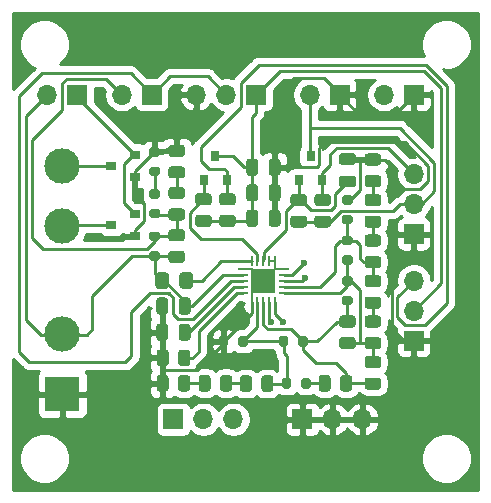
<source format=gtl>
G04 #@! TF.GenerationSoftware,KiCad,Pcbnew,(5.1.10)-1*
G04 #@! TF.CreationDate,2021-07-06T21:05:29-03:00*
G04 #@! TF.ProjectId,BQ25505,42513235-3530-4352-9e6b-696361645f70,rev?*
G04 #@! TF.SameCoordinates,Original*
G04 #@! TF.FileFunction,Copper,L1,Top*
G04 #@! TF.FilePolarity,Positive*
%FSLAX46Y46*%
G04 Gerber Fmt 4.6, Leading zero omitted, Abs format (unit mm)*
G04 Created by KiCad (PCBNEW (5.1.10)-1) date 2021-07-06 21:05:29*
%MOMM*%
%LPD*%
G01*
G04 APERTURE LIST*
G04 #@! TA.AperFunction,ComponentPad*
%ADD10O,1.700000X1.700000*%
G04 #@! TD*
G04 #@! TA.AperFunction,ComponentPad*
%ADD11R,1.700000X1.700000*%
G04 #@! TD*
G04 #@! TA.AperFunction,ComponentPad*
%ADD12O,3.000000X3.000000*%
G04 #@! TD*
G04 #@! TA.AperFunction,ComponentPad*
%ADD13R,3.000000X3.000000*%
G04 #@! TD*
G04 #@! TA.AperFunction,ComponentPad*
%ADD14C,3.000000*%
G04 #@! TD*
G04 #@! TA.AperFunction,SMDPad,CuDef*
%ADD15R,0.900000X0.800000*%
G04 #@! TD*
G04 #@! TA.AperFunction,SMDPad,CuDef*
%ADD16R,0.850000X0.280000*%
G04 #@! TD*
G04 #@! TA.AperFunction,SMDPad,CuDef*
%ADD17R,0.280000X0.850000*%
G04 #@! TD*
G04 #@! TA.AperFunction,SMDPad,CuDef*
%ADD18R,2.050000X2.050000*%
G04 #@! TD*
G04 #@! TA.AperFunction,ComponentPad*
%ADD19C,0.508000*%
G04 #@! TD*
G04 #@! TA.AperFunction,SMDPad,CuDef*
%ADD20R,0.800000X0.900000*%
G04 #@! TD*
G04 #@! TA.AperFunction,ViaPad*
%ADD21C,0.800000*%
G04 #@! TD*
G04 #@! TA.AperFunction,ViaPad*
%ADD22C,0.600000*%
G04 #@! TD*
G04 #@! TA.AperFunction,Conductor*
%ADD23C,0.300000*%
G04 #@! TD*
G04 #@! TA.AperFunction,Conductor*
%ADD24C,0.200000*%
G04 #@! TD*
G04 #@! TA.AperFunction,Conductor*
%ADD25C,0.280000*%
G04 #@! TD*
G04 #@! TA.AperFunction,Conductor*
%ADD26C,0.254000*%
G04 #@! TD*
G04 #@! TA.AperFunction,Conductor*
%ADD27C,0.100000*%
G04 #@! TD*
G04 APERTURE END LIST*
D10*
X183896000Y-121158000D03*
X181356000Y-121158000D03*
D11*
X178816000Y-121158000D03*
D12*
X158496000Y-113944400D03*
D13*
X158496000Y-119024400D03*
D14*
X158496000Y-99720400D03*
X158496000Y-104800400D03*
D10*
X172974000Y-121158000D03*
X170434000Y-121158000D03*
D11*
X167894000Y-121158000D03*
D10*
X179425600Y-93675200D03*
D11*
X181965600Y-93675200D03*
G04 #@! TA.AperFunction,SMDPad,CuDef*
G36*
G01*
X183101000Y-99626000D02*
X182151000Y-99626000D01*
G75*
G02*
X181901000Y-99376000I0J250000D01*
G01*
X181901000Y-98876000D01*
G75*
G02*
X182151000Y-98626000I250000J0D01*
G01*
X183101000Y-98626000D01*
G75*
G02*
X183351000Y-98876000I0J-250000D01*
G01*
X183351000Y-99376000D01*
G75*
G02*
X183101000Y-99626000I-250000J0D01*
G01*
G37*
G04 #@! TD.AperFunction*
G04 #@! TA.AperFunction,SMDPad,CuDef*
G36*
G01*
X183101000Y-101526000D02*
X182151000Y-101526000D01*
G75*
G02*
X181901000Y-101276000I0J250000D01*
G01*
X181901000Y-100776000D01*
G75*
G02*
X182151000Y-100526000I250000J0D01*
G01*
X183101000Y-100526000D01*
G75*
G02*
X183351000Y-100776000I0J-250000D01*
G01*
X183351000Y-101276000D01*
G75*
G02*
X183101000Y-101526000I-250000J0D01*
G01*
G37*
G04 #@! TD.AperFunction*
D10*
X188252100Y-109410500D03*
X188252100Y-111950500D03*
D11*
X188252100Y-114490500D03*
G04 #@! TA.AperFunction,SMDPad,CuDef*
G36*
G01*
X178733000Y-118385000D02*
X178733000Y-117835000D01*
G75*
G02*
X178933000Y-117635000I200000J0D01*
G01*
X179333000Y-117635000D01*
G75*
G02*
X179533000Y-117835000I0J-200000D01*
G01*
X179533000Y-118385000D01*
G75*
G02*
X179333000Y-118585000I-200000J0D01*
G01*
X178933000Y-118585000D01*
G75*
G02*
X178733000Y-118385000I0J200000D01*
G01*
G37*
G04 #@! TD.AperFunction*
G04 #@! TA.AperFunction,SMDPad,CuDef*
G36*
G01*
X177083000Y-118385000D02*
X177083000Y-117835000D01*
G75*
G02*
X177283000Y-117635000I200000J0D01*
G01*
X177683000Y-117635000D01*
G75*
G02*
X177883000Y-117835000I0J-200000D01*
G01*
X177883000Y-118385000D01*
G75*
G02*
X177683000Y-118585000I-200000J0D01*
G01*
X177283000Y-118585000D01*
G75*
G02*
X177083000Y-118385000I0J200000D01*
G01*
G37*
G04 #@! TD.AperFunction*
G04 #@! TA.AperFunction,SMDPad,CuDef*
G36*
G01*
X167721498Y-97912500D02*
X168621502Y-97912500D01*
G75*
G02*
X168871500Y-98162498I0J-249998D01*
G01*
X168871500Y-98687502D01*
G75*
G02*
X168621502Y-98937500I-249998J0D01*
G01*
X167721498Y-98937500D01*
G75*
G02*
X167471500Y-98687502I0J249998D01*
G01*
X167471500Y-98162498D01*
G75*
G02*
X167721498Y-97912500I249998J0D01*
G01*
G37*
G04 #@! TD.AperFunction*
G04 #@! TA.AperFunction,SMDPad,CuDef*
G36*
G01*
X167721498Y-99737500D02*
X168621502Y-99737500D01*
G75*
G02*
X168871500Y-99987498I0J-249998D01*
G01*
X168871500Y-100512502D01*
G75*
G02*
X168621502Y-100762500I-249998J0D01*
G01*
X167721498Y-100762500D01*
G75*
G02*
X167471500Y-100512502I0J249998D01*
G01*
X167471500Y-99987498D01*
G75*
G02*
X167721498Y-99737500I249998J0D01*
G01*
G37*
G04 #@! TD.AperFunction*
G04 #@! TA.AperFunction,SMDPad,CuDef*
G36*
G01*
X167721498Y-101485000D02*
X168621502Y-101485000D01*
G75*
G02*
X168871500Y-101734998I0J-249998D01*
G01*
X168871500Y-102260002D01*
G75*
G02*
X168621502Y-102510000I-249998J0D01*
G01*
X167721498Y-102510000D01*
G75*
G02*
X167471500Y-102260002I0J249998D01*
G01*
X167471500Y-101734998D01*
G75*
G02*
X167721498Y-101485000I249998J0D01*
G01*
G37*
G04 #@! TD.AperFunction*
G04 #@! TA.AperFunction,SMDPad,CuDef*
G36*
G01*
X167721498Y-103310000D02*
X168621502Y-103310000D01*
G75*
G02*
X168871500Y-103559998I0J-249998D01*
G01*
X168871500Y-104085002D01*
G75*
G02*
X168621502Y-104335000I-249998J0D01*
G01*
X167721498Y-104335000D01*
G75*
G02*
X167471500Y-104085002I0J249998D01*
G01*
X167471500Y-103559998D01*
G75*
G02*
X167721498Y-103310000I249998J0D01*
G01*
G37*
G04 #@! TD.AperFunction*
G04 #@! TA.AperFunction,SMDPad,CuDef*
G36*
G01*
X167721498Y-105064500D02*
X168621502Y-105064500D01*
G75*
G02*
X168871500Y-105314498I0J-249998D01*
G01*
X168871500Y-105839502D01*
G75*
G02*
X168621502Y-106089500I-249998J0D01*
G01*
X167721498Y-106089500D01*
G75*
G02*
X167471500Y-105839502I0J249998D01*
G01*
X167471500Y-105314498D01*
G75*
G02*
X167721498Y-105064500I249998J0D01*
G01*
G37*
G04 #@! TD.AperFunction*
G04 #@! TA.AperFunction,SMDPad,CuDef*
G36*
G01*
X167721498Y-106889500D02*
X168621502Y-106889500D01*
G75*
G02*
X168871500Y-107139498I0J-249998D01*
G01*
X168871500Y-107664502D01*
G75*
G02*
X168621502Y-107914500I-249998J0D01*
G01*
X167721498Y-107914500D01*
G75*
G02*
X167471500Y-107664502I0J249998D01*
G01*
X167471500Y-107139498D01*
G75*
G02*
X167721498Y-106889500I249998J0D01*
G01*
G37*
G04 #@! TD.AperFunction*
G04 #@! TA.AperFunction,SMDPad,CuDef*
G36*
G01*
X166031500Y-98112500D02*
X166581500Y-98112500D01*
G75*
G02*
X166781500Y-98312500I0J-200000D01*
G01*
X166781500Y-98712500D01*
G75*
G02*
X166581500Y-98912500I-200000J0D01*
G01*
X166031500Y-98912500D01*
G75*
G02*
X165831500Y-98712500I0J200000D01*
G01*
X165831500Y-98312500D01*
G75*
G02*
X166031500Y-98112500I200000J0D01*
G01*
G37*
G04 #@! TD.AperFunction*
G04 #@! TA.AperFunction,SMDPad,CuDef*
G36*
G01*
X166031500Y-99762500D02*
X166581500Y-99762500D01*
G75*
G02*
X166781500Y-99962500I0J-200000D01*
G01*
X166781500Y-100362500D01*
G75*
G02*
X166581500Y-100562500I-200000J0D01*
G01*
X166031500Y-100562500D01*
G75*
G02*
X165831500Y-100362500I0J200000D01*
G01*
X165831500Y-99962500D01*
G75*
G02*
X166031500Y-99762500I200000J0D01*
G01*
G37*
G04 #@! TD.AperFunction*
G04 #@! TA.AperFunction,SMDPad,CuDef*
G36*
G01*
X166031500Y-101685000D02*
X166581500Y-101685000D01*
G75*
G02*
X166781500Y-101885000I0J-200000D01*
G01*
X166781500Y-102285000D01*
G75*
G02*
X166581500Y-102485000I-200000J0D01*
G01*
X166031500Y-102485000D01*
G75*
G02*
X165831500Y-102285000I0J200000D01*
G01*
X165831500Y-101885000D01*
G75*
G02*
X166031500Y-101685000I200000J0D01*
G01*
G37*
G04 #@! TD.AperFunction*
G04 #@! TA.AperFunction,SMDPad,CuDef*
G36*
G01*
X166031500Y-103335000D02*
X166581500Y-103335000D01*
G75*
G02*
X166781500Y-103535000I0J-200000D01*
G01*
X166781500Y-103935000D01*
G75*
G02*
X166581500Y-104135000I-200000J0D01*
G01*
X166031500Y-104135000D01*
G75*
G02*
X165831500Y-103935000I0J200000D01*
G01*
X165831500Y-103535000D01*
G75*
G02*
X166031500Y-103335000I200000J0D01*
G01*
G37*
G04 #@! TD.AperFunction*
G04 #@! TA.AperFunction,SMDPad,CuDef*
G36*
G01*
X166031500Y-105264500D02*
X166581500Y-105264500D01*
G75*
G02*
X166781500Y-105464500I0J-200000D01*
G01*
X166781500Y-105864500D01*
G75*
G02*
X166581500Y-106064500I-200000J0D01*
G01*
X166031500Y-106064500D01*
G75*
G02*
X165831500Y-105864500I0J200000D01*
G01*
X165831500Y-105464500D01*
G75*
G02*
X166031500Y-105264500I200000J0D01*
G01*
G37*
G04 #@! TD.AperFunction*
G04 #@! TA.AperFunction,SMDPad,CuDef*
G36*
G01*
X166031500Y-106914500D02*
X166581500Y-106914500D01*
G75*
G02*
X166781500Y-107114500I0J-200000D01*
G01*
X166781500Y-107514500D01*
G75*
G02*
X166581500Y-107714500I-200000J0D01*
G01*
X166031500Y-107714500D01*
G75*
G02*
X165831500Y-107514500I0J200000D01*
G01*
X165831500Y-107114500D01*
G75*
G02*
X166031500Y-106914500I200000J0D01*
G01*
G37*
G04 #@! TD.AperFunction*
D10*
X163525200Y-93675200D03*
D11*
X166065200Y-93675200D03*
D10*
X157226000Y-93675200D03*
D11*
X159766000Y-93675200D03*
D15*
X162626800Y-99707700D03*
X164626800Y-98757700D03*
X164626800Y-100657700D03*
X162626800Y-104724200D03*
X164626800Y-103774200D03*
X164626800Y-105674200D03*
D10*
X185724800Y-93675200D03*
D11*
X188264800Y-93675200D03*
G04 #@! TA.AperFunction,SMDPad,CuDef*
G36*
G01*
X183076002Y-113392000D02*
X182175998Y-113392000D01*
G75*
G02*
X181926000Y-113142002I0J249998D01*
G01*
X181926000Y-112616998D01*
G75*
G02*
X182175998Y-112367000I249998J0D01*
G01*
X183076002Y-112367000D01*
G75*
G02*
X183326000Y-112616998I0J-249998D01*
G01*
X183326000Y-113142002D01*
G75*
G02*
X183076002Y-113392000I-249998J0D01*
G01*
G37*
G04 #@! TD.AperFunction*
G04 #@! TA.AperFunction,SMDPad,CuDef*
G36*
G01*
X183076002Y-115217000D02*
X182175998Y-115217000D01*
G75*
G02*
X181926000Y-114967002I0J249998D01*
G01*
X181926000Y-114441998D01*
G75*
G02*
X182175998Y-114192000I249998J0D01*
G01*
X183076002Y-114192000D01*
G75*
G02*
X183326000Y-114441998I0J-249998D01*
G01*
X183326000Y-114967002D01*
G75*
G02*
X183076002Y-115217000I-249998J0D01*
G01*
G37*
G04 #@! TD.AperFunction*
G04 #@! TA.AperFunction,SMDPad,CuDef*
G36*
G01*
X184334998Y-117621000D02*
X185235002Y-117621000D01*
G75*
G02*
X185485000Y-117870998I0J-249998D01*
G01*
X185485000Y-118396002D01*
G75*
G02*
X185235002Y-118646000I-249998J0D01*
G01*
X184334998Y-118646000D01*
G75*
G02*
X184085000Y-118396002I0J249998D01*
G01*
X184085000Y-117870998D01*
G75*
G02*
X184334998Y-117621000I249998J0D01*
G01*
G37*
G04 #@! TD.AperFunction*
G04 #@! TA.AperFunction,SMDPad,CuDef*
G36*
G01*
X184334998Y-115796000D02*
X185235002Y-115796000D01*
G75*
G02*
X185485000Y-116045998I0J-249998D01*
G01*
X185485000Y-116571002D01*
G75*
G02*
X185235002Y-116821000I-249998J0D01*
G01*
X184334998Y-116821000D01*
G75*
G02*
X184085000Y-116571002I0J249998D01*
G01*
X184085000Y-116045998D01*
G75*
G02*
X184334998Y-115796000I249998J0D01*
G01*
G37*
G04 #@! TD.AperFunction*
G04 #@! TA.AperFunction,SMDPad,CuDef*
G36*
G01*
X184334998Y-110763000D02*
X185235002Y-110763000D01*
G75*
G02*
X185485000Y-111012998I0J-249998D01*
G01*
X185485000Y-111538002D01*
G75*
G02*
X185235002Y-111788000I-249998J0D01*
G01*
X184334998Y-111788000D01*
G75*
G02*
X184085000Y-111538002I0J249998D01*
G01*
X184085000Y-111012998D01*
G75*
G02*
X184334998Y-110763000I249998J0D01*
G01*
G37*
G04 #@! TD.AperFunction*
G04 #@! TA.AperFunction,SMDPad,CuDef*
G36*
G01*
X184334998Y-108938000D02*
X185235002Y-108938000D01*
G75*
G02*
X185485000Y-109187998I0J-249998D01*
G01*
X185485000Y-109713002D01*
G75*
G02*
X185235002Y-109963000I-249998J0D01*
G01*
X184334998Y-109963000D01*
G75*
G02*
X184085000Y-109713002I0J249998D01*
G01*
X184085000Y-109187998D01*
G75*
G02*
X184334998Y-108938000I249998J0D01*
G01*
G37*
G04 #@! TD.AperFunction*
G04 #@! TA.AperFunction,SMDPad,CuDef*
G36*
G01*
X184334998Y-114192000D02*
X185235002Y-114192000D01*
G75*
G02*
X185485000Y-114441998I0J-249998D01*
G01*
X185485000Y-114967002D01*
G75*
G02*
X185235002Y-115217000I-249998J0D01*
G01*
X184334998Y-115217000D01*
G75*
G02*
X184085000Y-114967002I0J249998D01*
G01*
X184085000Y-114441998D01*
G75*
G02*
X184334998Y-114192000I249998J0D01*
G01*
G37*
G04 #@! TD.AperFunction*
G04 #@! TA.AperFunction,SMDPad,CuDef*
G36*
G01*
X184334998Y-112367000D02*
X185235002Y-112367000D01*
G75*
G02*
X185485000Y-112616998I0J-249998D01*
G01*
X185485000Y-113142002D01*
G75*
G02*
X185235002Y-113392000I-249998J0D01*
G01*
X184334998Y-113392000D01*
G75*
G02*
X184085000Y-113142002I0J249998D01*
G01*
X184085000Y-112616998D01*
G75*
G02*
X184334998Y-112367000I249998J0D01*
G01*
G37*
G04 #@! TD.AperFunction*
G04 #@! TA.AperFunction,SMDPad,CuDef*
G36*
G01*
X184334998Y-100476000D02*
X185235002Y-100476000D01*
G75*
G02*
X185485000Y-100725998I0J-249998D01*
G01*
X185485000Y-101251002D01*
G75*
G02*
X185235002Y-101501000I-249998J0D01*
G01*
X184334998Y-101501000D01*
G75*
G02*
X184085000Y-101251002I0J249998D01*
G01*
X184085000Y-100725998D01*
G75*
G02*
X184334998Y-100476000I249998J0D01*
G01*
G37*
G04 #@! TD.AperFunction*
G04 #@! TA.AperFunction,SMDPad,CuDef*
G36*
G01*
X184334998Y-98651000D02*
X185235002Y-98651000D01*
G75*
G02*
X185485000Y-98900998I0J-249998D01*
G01*
X185485000Y-99426002D01*
G75*
G02*
X185235002Y-99676000I-249998J0D01*
G01*
X184334998Y-99676000D01*
G75*
G02*
X184085000Y-99426002I0J249998D01*
G01*
X184085000Y-98900998D01*
G75*
G02*
X184334998Y-98651000I249998J0D01*
G01*
G37*
G04 #@! TD.AperFunction*
G04 #@! TA.AperFunction,SMDPad,CuDef*
G36*
G01*
X184334998Y-103905000D02*
X185235002Y-103905000D01*
G75*
G02*
X185485000Y-104154998I0J-249998D01*
G01*
X185485000Y-104680002D01*
G75*
G02*
X185235002Y-104930000I-249998J0D01*
G01*
X184334998Y-104930000D01*
G75*
G02*
X184085000Y-104680002I0J249998D01*
G01*
X184085000Y-104154998D01*
G75*
G02*
X184334998Y-103905000I249998J0D01*
G01*
G37*
G04 #@! TD.AperFunction*
G04 #@! TA.AperFunction,SMDPad,CuDef*
G36*
G01*
X184334998Y-102080000D02*
X185235002Y-102080000D01*
G75*
G02*
X185485000Y-102329998I0J-249998D01*
G01*
X185485000Y-102855002D01*
G75*
G02*
X185235002Y-103105000I-249998J0D01*
G01*
X184334998Y-103105000D01*
G75*
G02*
X184085000Y-102855002I0J249998D01*
G01*
X184085000Y-102329998D01*
G75*
G02*
X184334998Y-102080000I249998J0D01*
G01*
G37*
G04 #@! TD.AperFunction*
G04 #@! TA.AperFunction,SMDPad,CuDef*
G36*
G01*
X184334998Y-107334000D02*
X185235002Y-107334000D01*
G75*
G02*
X185485000Y-107583998I0J-249998D01*
G01*
X185485000Y-108109002D01*
G75*
G02*
X185235002Y-108359000I-249998J0D01*
G01*
X184334998Y-108359000D01*
G75*
G02*
X184085000Y-108109002I0J249998D01*
G01*
X184085000Y-107583998D01*
G75*
G02*
X184334998Y-107334000I249998J0D01*
G01*
G37*
G04 #@! TD.AperFunction*
G04 #@! TA.AperFunction,SMDPad,CuDef*
G36*
G01*
X184334998Y-105509000D02*
X185235002Y-105509000D01*
G75*
G02*
X185485000Y-105758998I0J-249998D01*
G01*
X185485000Y-106284002D01*
G75*
G02*
X185235002Y-106534000I-249998J0D01*
G01*
X184334998Y-106534000D01*
G75*
G02*
X184085000Y-106284002I0J249998D01*
G01*
X184085000Y-105758998D01*
G75*
G02*
X184334998Y-105509000I249998J0D01*
G01*
G37*
G04 #@! TD.AperFunction*
G04 #@! TA.AperFunction,SMDPad,CuDef*
G36*
G01*
X182010000Y-118560002D02*
X182010000Y-117659998D01*
G75*
G02*
X182259998Y-117410000I249998J0D01*
G01*
X182785002Y-117410000D01*
G75*
G02*
X183035000Y-117659998I0J-249998D01*
G01*
X183035000Y-118560002D01*
G75*
G02*
X182785002Y-118810000I-249998J0D01*
G01*
X182259998Y-118810000D01*
G75*
G02*
X182010000Y-118560002I0J249998D01*
G01*
G37*
G04 #@! TD.AperFunction*
G04 #@! TA.AperFunction,SMDPad,CuDef*
G36*
G01*
X180185000Y-118560002D02*
X180185000Y-117659998D01*
G75*
G02*
X180434998Y-117410000I249998J0D01*
G01*
X180960002Y-117410000D01*
G75*
G02*
X181210000Y-117659998I0J-249998D01*
G01*
X181210000Y-118560002D01*
G75*
G02*
X180960002Y-118810000I-249998J0D01*
G01*
X180434998Y-118810000D01*
G75*
G02*
X180185000Y-118560002I0J249998D01*
G01*
G37*
G04 #@! TD.AperFunction*
G04 #@! TA.AperFunction,SMDPad,CuDef*
G36*
G01*
X168294000Y-118560002D02*
X168294000Y-117659998D01*
G75*
G02*
X168543998Y-117410000I249998J0D01*
G01*
X169069002Y-117410000D01*
G75*
G02*
X169319000Y-117659998I0J-249998D01*
G01*
X169319000Y-118560002D01*
G75*
G02*
X169069002Y-118810000I-249998J0D01*
G01*
X168543998Y-118810000D01*
G75*
G02*
X168294000Y-118560002I0J249998D01*
G01*
G37*
G04 #@! TD.AperFunction*
G04 #@! TA.AperFunction,SMDPad,CuDef*
G36*
G01*
X166469000Y-118560002D02*
X166469000Y-117659998D01*
G75*
G02*
X166718998Y-117410000I249998J0D01*
G01*
X167244002Y-117410000D01*
G75*
G02*
X167494000Y-117659998I0J-249998D01*
G01*
X167494000Y-118560002D01*
G75*
G02*
X167244002Y-118810000I-249998J0D01*
G01*
X166718998Y-118810000D01*
G75*
G02*
X166469000Y-118560002I0J249998D01*
G01*
G37*
G04 #@! TD.AperFunction*
G04 #@! TA.AperFunction,SMDPad,CuDef*
G36*
G01*
X171850000Y-118560002D02*
X171850000Y-117659998D01*
G75*
G02*
X172099998Y-117410000I249998J0D01*
G01*
X172625002Y-117410000D01*
G75*
G02*
X172875000Y-117659998I0J-249998D01*
G01*
X172875000Y-118560002D01*
G75*
G02*
X172625002Y-118810000I-249998J0D01*
G01*
X172099998Y-118810000D01*
G75*
G02*
X171850000Y-118560002I0J249998D01*
G01*
G37*
G04 #@! TD.AperFunction*
G04 #@! TA.AperFunction,SMDPad,CuDef*
G36*
G01*
X170025000Y-118560002D02*
X170025000Y-117659998D01*
G75*
G02*
X170274998Y-117410000I249998J0D01*
G01*
X170800002Y-117410000D01*
G75*
G02*
X171050000Y-117659998I0J-249998D01*
G01*
X171050000Y-118560002D01*
G75*
G02*
X170800002Y-118810000I-249998J0D01*
G01*
X170274998Y-118810000D01*
G75*
G02*
X170025000Y-118560002I0J249998D01*
G01*
G37*
G04 #@! TD.AperFunction*
G04 #@! TA.AperFunction,SMDPad,CuDef*
G36*
G01*
X175339960Y-118587942D02*
X175339960Y-117687938D01*
G75*
G02*
X175589958Y-117437940I249998J0D01*
G01*
X176114962Y-117437940D01*
G75*
G02*
X176364960Y-117687938I0J-249998D01*
G01*
X176364960Y-118587942D01*
G75*
G02*
X176114962Y-118837940I-249998J0D01*
G01*
X175589958Y-118837940D01*
G75*
G02*
X175339960Y-118587942I0J249998D01*
G01*
G37*
G04 #@! TD.AperFunction*
G04 #@! TA.AperFunction,SMDPad,CuDef*
G36*
G01*
X173514960Y-118587942D02*
X173514960Y-117687938D01*
G75*
G02*
X173764958Y-117437940I249998J0D01*
G01*
X174289962Y-117437940D01*
G75*
G02*
X174539960Y-117687938I0J-249998D01*
G01*
X174539960Y-118587942D01*
G75*
G02*
X174289962Y-118837940I-249998J0D01*
G01*
X173764958Y-118837940D01*
G75*
G02*
X173514960Y-118587942I0J249998D01*
G01*
G37*
G04 #@! TD.AperFunction*
D16*
X173789000Y-108473999D03*
X173789000Y-108974001D03*
X173789000Y-109474000D03*
X173789000Y-109973999D03*
X173789000Y-110474001D03*
D17*
X174513748Y-111199000D03*
X175013874Y-111199000D03*
X175514000Y-111199000D03*
X176014126Y-111199000D03*
X176514252Y-111199000D03*
D16*
X177239000Y-110474001D03*
X177239000Y-109973999D03*
X177239000Y-109474000D03*
X177239000Y-108974001D03*
X177239000Y-108473999D03*
D17*
X176514252Y-107749000D03*
X176014126Y-107749000D03*
X175514000Y-107749000D03*
X175013874Y-107749000D03*
X174513748Y-107749000D03*
D18*
X175514000Y-109474000D03*
D19*
X175120300Y-109867700D03*
X175120300Y-109080300D03*
X175907700Y-109867700D03*
X175907700Y-109080300D03*
D11*
X174904400Y-93675200D03*
D10*
X172364400Y-93675200D03*
X169824400Y-93675200D03*
G04 #@! TA.AperFunction,SMDPad,CuDef*
G36*
G01*
X172916002Y-103041500D02*
X172015998Y-103041500D01*
G75*
G02*
X171766000Y-102791502I0J249998D01*
G01*
X171766000Y-102266498D01*
G75*
G02*
X172015998Y-102016500I249998J0D01*
G01*
X172916002Y-102016500D01*
G75*
G02*
X173166000Y-102266498I0J-249998D01*
G01*
X173166000Y-102791502D01*
G75*
G02*
X172916002Y-103041500I-249998J0D01*
G01*
G37*
G04 #@! TD.AperFunction*
G04 #@! TA.AperFunction,SMDPad,CuDef*
G36*
G01*
X172916002Y-104866500D02*
X172015998Y-104866500D01*
G75*
G02*
X171766000Y-104616502I0J249998D01*
G01*
X171766000Y-104091498D01*
G75*
G02*
X172015998Y-103841500I249998J0D01*
G01*
X172916002Y-103841500D01*
G75*
G02*
X173166000Y-104091498I0J-249998D01*
G01*
X173166000Y-104616502D01*
G75*
G02*
X172916002Y-104866500I-249998J0D01*
G01*
G37*
G04 #@! TD.AperFunction*
G04 #@! TA.AperFunction,SMDPad,CuDef*
G36*
G01*
X180980502Y-103105000D02*
X180080498Y-103105000D01*
G75*
G02*
X179830500Y-102855002I0J249998D01*
G01*
X179830500Y-102329998D01*
G75*
G02*
X180080498Y-102080000I249998J0D01*
G01*
X180980502Y-102080000D01*
G75*
G02*
X181230500Y-102329998I0J-249998D01*
G01*
X181230500Y-102855002D01*
G75*
G02*
X180980502Y-103105000I-249998J0D01*
G01*
G37*
G04 #@! TD.AperFunction*
G04 #@! TA.AperFunction,SMDPad,CuDef*
G36*
G01*
X180980502Y-104930000D02*
X180080498Y-104930000D01*
G75*
G02*
X179830500Y-104680002I0J249998D01*
G01*
X179830500Y-104154998D01*
G75*
G02*
X180080498Y-103905000I249998J0D01*
G01*
X180980502Y-103905000D01*
G75*
G02*
X181230500Y-104154998I0J-249998D01*
G01*
X181230500Y-104680002D01*
G75*
G02*
X180980502Y-104930000I-249998J0D01*
G01*
G37*
G04 #@! TD.AperFunction*
G04 #@! TA.AperFunction,SMDPad,CuDef*
G36*
G01*
X169983998Y-103841500D02*
X170884002Y-103841500D01*
G75*
G02*
X171134000Y-104091498I0J-249998D01*
G01*
X171134000Y-104616502D01*
G75*
G02*
X170884002Y-104866500I-249998J0D01*
G01*
X169983998Y-104866500D01*
G75*
G02*
X169734000Y-104616502I0J249998D01*
G01*
X169734000Y-104091498D01*
G75*
G02*
X169983998Y-103841500I249998J0D01*
G01*
G37*
G04 #@! TD.AperFunction*
G04 #@! TA.AperFunction,SMDPad,CuDef*
G36*
G01*
X169983998Y-102016500D02*
X170884002Y-102016500D01*
G75*
G02*
X171134000Y-102266498I0J-249998D01*
G01*
X171134000Y-102791502D01*
G75*
G02*
X170884002Y-103041500I-249998J0D01*
G01*
X169983998Y-103041500D01*
G75*
G02*
X169734000Y-102791502I0J249998D01*
G01*
X169734000Y-102266498D01*
G75*
G02*
X169983998Y-102016500I249998J0D01*
G01*
G37*
G04 #@! TD.AperFunction*
G04 #@! TA.AperFunction,SMDPad,CuDef*
G36*
G01*
X178048498Y-103905000D02*
X178948502Y-103905000D01*
G75*
G02*
X179198500Y-104154998I0J-249998D01*
G01*
X179198500Y-104680002D01*
G75*
G02*
X178948502Y-104930000I-249998J0D01*
G01*
X178048498Y-104930000D01*
G75*
G02*
X177798500Y-104680002I0J249998D01*
G01*
X177798500Y-104154998D01*
G75*
G02*
X178048498Y-103905000I249998J0D01*
G01*
G37*
G04 #@! TD.AperFunction*
G04 #@! TA.AperFunction,SMDPad,CuDef*
G36*
G01*
X178048498Y-102080000D02*
X178948502Y-102080000D01*
G75*
G02*
X179198500Y-102329998I0J-249998D01*
G01*
X179198500Y-102855002D01*
G75*
G02*
X178948502Y-103105000I-249998J0D01*
G01*
X178048498Y-103105000D01*
G75*
G02*
X177798500Y-102855002I0J249998D01*
G01*
X177798500Y-102329998D01*
G75*
G02*
X178048498Y-102080000I249998J0D01*
G01*
G37*
G04 #@! TD.AperFunction*
G04 #@! TA.AperFunction,SMDPad,CuDef*
G36*
G01*
X166469000Y-116401002D02*
X166469000Y-115500998D01*
G75*
G02*
X166718998Y-115251000I249998J0D01*
G01*
X167244002Y-115251000D01*
G75*
G02*
X167494000Y-115500998I0J-249998D01*
G01*
X167494000Y-116401002D01*
G75*
G02*
X167244002Y-116651000I-249998J0D01*
G01*
X166718998Y-116651000D01*
G75*
G02*
X166469000Y-116401002I0J249998D01*
G01*
G37*
G04 #@! TD.AperFunction*
G04 #@! TA.AperFunction,SMDPad,CuDef*
G36*
G01*
X168294000Y-116401002D02*
X168294000Y-115500998D01*
G75*
G02*
X168543998Y-115251000I249998J0D01*
G01*
X169069002Y-115251000D01*
G75*
G02*
X169319000Y-115500998I0J-249998D01*
G01*
X169319000Y-116401002D01*
G75*
G02*
X169069002Y-116651000I-249998J0D01*
G01*
X168543998Y-116651000D01*
G75*
G02*
X168294000Y-116401002I0J249998D01*
G01*
G37*
G04 #@! TD.AperFunction*
X188252100Y-100393500D03*
X188252100Y-102933500D03*
D11*
X188252100Y-105473500D03*
D20*
X171450000Y-98885500D03*
X172400000Y-100885500D03*
X170500000Y-100885500D03*
X179514500Y-98885500D03*
X180464500Y-100885500D03*
X178564500Y-100885500D03*
G04 #@! TA.AperFunction,SMDPad,CuDef*
G36*
G01*
X182338300Y-103853800D02*
X182888300Y-103853800D01*
G75*
G02*
X183088300Y-104053800I0J-200000D01*
G01*
X183088300Y-104453800D01*
G75*
G02*
X182888300Y-104653800I-200000J0D01*
G01*
X182338300Y-104653800D01*
G75*
G02*
X182138300Y-104453800I0J200000D01*
G01*
X182138300Y-104053800D01*
G75*
G02*
X182338300Y-103853800I200000J0D01*
G01*
G37*
G04 #@! TD.AperFunction*
G04 #@! TA.AperFunction,SMDPad,CuDef*
G36*
G01*
X182338300Y-102203800D02*
X182888300Y-102203800D01*
G75*
G02*
X183088300Y-102403800I0J-200000D01*
G01*
X183088300Y-102803800D01*
G75*
G02*
X182888300Y-103003800I-200000J0D01*
G01*
X182338300Y-103003800D01*
G75*
G02*
X182138300Y-102803800I0J200000D01*
G01*
X182138300Y-102403800D01*
G75*
G02*
X182338300Y-102203800I200000J0D01*
G01*
G37*
G04 #@! TD.AperFunction*
G04 #@! TA.AperFunction,SMDPad,CuDef*
G36*
G01*
X182338300Y-107282800D02*
X182888300Y-107282800D01*
G75*
G02*
X183088300Y-107482800I0J-200000D01*
G01*
X183088300Y-107882800D01*
G75*
G02*
X182888300Y-108082800I-200000J0D01*
G01*
X182338300Y-108082800D01*
G75*
G02*
X182138300Y-107882800I0J200000D01*
G01*
X182138300Y-107482800D01*
G75*
G02*
X182338300Y-107282800I200000J0D01*
G01*
G37*
G04 #@! TD.AperFunction*
G04 #@! TA.AperFunction,SMDPad,CuDef*
G36*
G01*
X182338300Y-105632800D02*
X182888300Y-105632800D01*
G75*
G02*
X183088300Y-105832800I0J-200000D01*
G01*
X183088300Y-106232800D01*
G75*
G02*
X182888300Y-106432800I-200000J0D01*
G01*
X182338300Y-106432800D01*
G75*
G02*
X182138300Y-106232800I0J200000D01*
G01*
X182138300Y-105832800D01*
G75*
G02*
X182338300Y-105632800I200000J0D01*
G01*
G37*
G04 #@! TD.AperFunction*
G04 #@! TA.AperFunction,SMDPad,CuDef*
G36*
G01*
X182338300Y-110711800D02*
X182888300Y-110711800D01*
G75*
G02*
X183088300Y-110911800I0J-200000D01*
G01*
X183088300Y-111311800D01*
G75*
G02*
X182888300Y-111511800I-200000J0D01*
G01*
X182338300Y-111511800D01*
G75*
G02*
X182138300Y-111311800I0J200000D01*
G01*
X182138300Y-110911800D01*
G75*
G02*
X182338300Y-110711800I200000J0D01*
G01*
G37*
G04 #@! TD.AperFunction*
G04 #@! TA.AperFunction,SMDPad,CuDef*
G36*
G01*
X182338300Y-109061800D02*
X182888300Y-109061800D01*
G75*
G02*
X183088300Y-109261800I0J-200000D01*
G01*
X183088300Y-109661800D01*
G75*
G02*
X182888300Y-109861800I-200000J0D01*
G01*
X182338300Y-109861800D01*
G75*
G02*
X182138300Y-109661800I0J200000D01*
G01*
X182138300Y-109261800D01*
G75*
G02*
X182338300Y-109061800I200000J0D01*
G01*
G37*
G04 #@! TD.AperFunction*
G04 #@! TA.AperFunction,SMDPad,CuDef*
G36*
G01*
X173399000Y-114829000D02*
X173399000Y-114279000D01*
G75*
G02*
X173599000Y-114079000I200000J0D01*
G01*
X173999000Y-114079000D01*
G75*
G02*
X174199000Y-114279000I0J-200000D01*
G01*
X174199000Y-114829000D01*
G75*
G02*
X173999000Y-115029000I-200000J0D01*
G01*
X173599000Y-115029000D01*
G75*
G02*
X173399000Y-114829000I0J200000D01*
G01*
G37*
G04 #@! TD.AperFunction*
G04 #@! TA.AperFunction,SMDPad,CuDef*
G36*
G01*
X171749000Y-114829000D02*
X171749000Y-114279000D01*
G75*
G02*
X171949000Y-114079000I200000J0D01*
G01*
X172349000Y-114079000D01*
G75*
G02*
X172549000Y-114279000I0J-200000D01*
G01*
X172549000Y-114829000D01*
G75*
G02*
X172349000Y-115029000I-200000J0D01*
G01*
X171949000Y-115029000D01*
G75*
G02*
X171749000Y-114829000I0J200000D01*
G01*
G37*
G04 #@! TD.AperFunction*
G04 #@! TA.AperFunction,SMDPad,CuDef*
G36*
G01*
X178479000Y-114829000D02*
X178479000Y-114279000D01*
G75*
G02*
X178679000Y-114079000I200000J0D01*
G01*
X179079000Y-114079000D01*
G75*
G02*
X179279000Y-114279000I0J-200000D01*
G01*
X179279000Y-114829000D01*
G75*
G02*
X179079000Y-115029000I-200000J0D01*
G01*
X178679000Y-115029000D01*
G75*
G02*
X178479000Y-114829000I0J200000D01*
G01*
G37*
G04 #@! TD.AperFunction*
G04 #@! TA.AperFunction,SMDPad,CuDef*
G36*
G01*
X176829000Y-114829000D02*
X176829000Y-114279000D01*
G75*
G02*
X177029000Y-114079000I200000J0D01*
G01*
X177429000Y-114079000D01*
G75*
G02*
X177629000Y-114279000I0J-200000D01*
G01*
X177629000Y-114829000D01*
G75*
G02*
X177429000Y-115029000I-200000J0D01*
G01*
X177029000Y-115029000D01*
G75*
G02*
X176829000Y-114829000I0J200000D01*
G01*
G37*
G04 #@! TD.AperFunction*
G04 #@! TA.AperFunction,SMDPad,CuDef*
G36*
G01*
X166357500Y-109860501D02*
X166357500Y-108960499D01*
G75*
G02*
X166607499Y-108710500I249999J0D01*
G01*
X167257501Y-108710500D01*
G75*
G02*
X167507500Y-108960499I0J-249999D01*
G01*
X167507500Y-109860501D01*
G75*
G02*
X167257501Y-110110500I-249999J0D01*
G01*
X166607499Y-110110500D01*
G75*
G02*
X166357500Y-109860501I0J249999D01*
G01*
G37*
G04 #@! TD.AperFunction*
G04 #@! TA.AperFunction,SMDPad,CuDef*
G36*
G01*
X168407500Y-109860501D02*
X168407500Y-108960499D01*
G75*
G02*
X168657499Y-108710500I249999J0D01*
G01*
X169307501Y-108710500D01*
G75*
G02*
X169557500Y-108960499I0J-249999D01*
G01*
X169557500Y-109860501D01*
G75*
G02*
X169307501Y-110110500I-249999J0D01*
G01*
X168657499Y-110110500D01*
G75*
G02*
X168407500Y-109860501I0J249999D01*
G01*
G37*
G04 #@! TD.AperFunction*
G04 #@! TA.AperFunction,SMDPad,CuDef*
G36*
G01*
X175964000Y-102456000D02*
X175964000Y-101506000D01*
G75*
G02*
X176214000Y-101256000I250000J0D01*
G01*
X176714000Y-101256000D01*
G75*
G02*
X176964000Y-101506000I0J-250000D01*
G01*
X176964000Y-102456000D01*
G75*
G02*
X176714000Y-102706000I-250000J0D01*
G01*
X176214000Y-102706000D01*
G75*
G02*
X175964000Y-102456000I0J250000D01*
G01*
G37*
G04 #@! TD.AperFunction*
G04 #@! TA.AperFunction,SMDPad,CuDef*
G36*
G01*
X174064000Y-102456000D02*
X174064000Y-101506000D01*
G75*
G02*
X174314000Y-101256000I250000J0D01*
G01*
X174814000Y-101256000D01*
G75*
G02*
X175064000Y-101506000I0J-250000D01*
G01*
X175064000Y-102456000D01*
G75*
G02*
X174814000Y-102706000I-250000J0D01*
G01*
X174314000Y-102706000D01*
G75*
G02*
X174064000Y-102456000I0J250000D01*
G01*
G37*
G04 #@! TD.AperFunction*
G04 #@! TA.AperFunction,SMDPad,CuDef*
G36*
G01*
X175964000Y-100297000D02*
X175964000Y-99347000D01*
G75*
G02*
X176214000Y-99097000I250000J0D01*
G01*
X176714000Y-99097000D01*
G75*
G02*
X176964000Y-99347000I0J-250000D01*
G01*
X176964000Y-100297000D01*
G75*
G02*
X176714000Y-100547000I-250000J0D01*
G01*
X176214000Y-100547000D01*
G75*
G02*
X175964000Y-100297000I0J250000D01*
G01*
G37*
G04 #@! TD.AperFunction*
G04 #@! TA.AperFunction,SMDPad,CuDef*
G36*
G01*
X174064000Y-100297000D02*
X174064000Y-99347000D01*
G75*
G02*
X174314000Y-99097000I250000J0D01*
G01*
X174814000Y-99097000D01*
G75*
G02*
X175064000Y-99347000I0J-250000D01*
G01*
X175064000Y-100297000D01*
G75*
G02*
X174814000Y-100547000I-250000J0D01*
G01*
X174314000Y-100547000D01*
G75*
G02*
X174064000Y-100297000I0J250000D01*
G01*
G37*
G04 #@! TD.AperFunction*
G04 #@! TA.AperFunction,SMDPad,CuDef*
G36*
G01*
X175964000Y-104615000D02*
X175964000Y-103665000D01*
G75*
G02*
X176214000Y-103415000I250000J0D01*
G01*
X176714000Y-103415000D01*
G75*
G02*
X176964000Y-103665000I0J-250000D01*
G01*
X176964000Y-104615000D01*
G75*
G02*
X176714000Y-104865000I-250000J0D01*
G01*
X176214000Y-104865000D01*
G75*
G02*
X175964000Y-104615000I0J250000D01*
G01*
G37*
G04 #@! TD.AperFunction*
G04 #@! TA.AperFunction,SMDPad,CuDef*
G36*
G01*
X174064000Y-104615000D02*
X174064000Y-103665000D01*
G75*
G02*
X174314000Y-103415000I250000J0D01*
G01*
X174814000Y-103415000D01*
G75*
G02*
X175064000Y-103665000I0J-250000D01*
G01*
X175064000Y-104615000D01*
G75*
G02*
X174814000Y-104865000I-250000J0D01*
G01*
X174314000Y-104865000D01*
G75*
G02*
X174064000Y-104615000I0J250000D01*
G01*
G37*
G04 #@! TD.AperFunction*
G04 #@! TA.AperFunction,SMDPad,CuDef*
G36*
G01*
X169344000Y-111094500D02*
X169344000Y-112044500D01*
G75*
G02*
X169094000Y-112294500I-250000J0D01*
G01*
X168594000Y-112294500D01*
G75*
G02*
X168344000Y-112044500I0J250000D01*
G01*
X168344000Y-111094500D01*
G75*
G02*
X168594000Y-110844500I250000J0D01*
G01*
X169094000Y-110844500D01*
G75*
G02*
X169344000Y-111094500I0J-250000D01*
G01*
G37*
G04 #@! TD.AperFunction*
G04 #@! TA.AperFunction,SMDPad,CuDef*
G36*
G01*
X167444000Y-111094500D02*
X167444000Y-112044500D01*
G75*
G02*
X167194000Y-112294500I-250000J0D01*
G01*
X166694000Y-112294500D01*
G75*
G02*
X166444000Y-112044500I0J250000D01*
G01*
X166444000Y-111094500D01*
G75*
G02*
X166694000Y-110844500I250000J0D01*
G01*
X167194000Y-110844500D01*
G75*
G02*
X167444000Y-111094500I0J-250000D01*
G01*
G37*
G04 #@! TD.AperFunction*
G04 #@! TA.AperFunction,SMDPad,CuDef*
G36*
G01*
X169344000Y-113317000D02*
X169344000Y-114267000D01*
G75*
G02*
X169094000Y-114517000I-250000J0D01*
G01*
X168594000Y-114517000D01*
G75*
G02*
X168344000Y-114267000I0J250000D01*
G01*
X168344000Y-113317000D01*
G75*
G02*
X168594000Y-113067000I250000J0D01*
G01*
X169094000Y-113067000D01*
G75*
G02*
X169344000Y-113317000I0J-250000D01*
G01*
G37*
G04 #@! TD.AperFunction*
G04 #@! TA.AperFunction,SMDPad,CuDef*
G36*
G01*
X167444000Y-113317000D02*
X167444000Y-114267000D01*
G75*
G02*
X167194000Y-114517000I-250000J0D01*
G01*
X166694000Y-114517000D01*
G75*
G02*
X166444000Y-114267000I0J250000D01*
G01*
X166444000Y-113317000D01*
G75*
G02*
X166694000Y-113067000I250000J0D01*
G01*
X167194000Y-113067000D01*
G75*
G02*
X167444000Y-113317000I0J-250000D01*
G01*
G37*
G04 #@! TD.AperFunction*
D21*
X161798000Y-124968000D03*
X173990000Y-124968000D03*
X186182000Y-124968000D03*
X192786000Y-118618000D03*
X192786000Y-107061000D03*
X192786000Y-101282500D03*
X192786000Y-95504000D03*
X185928000Y-88646000D03*
X182335710Y-88646000D03*
X178743425Y-88646000D03*
X175151140Y-88646000D03*
X171558855Y-88646000D03*
X167966570Y-88646000D03*
X164374285Y-88646000D03*
X160782000Y-88646000D03*
X167386000Y-96012000D03*
X177292000Y-96266000D03*
X164084000Y-120142000D03*
X192786000Y-112839500D03*
X167894000Y-124968000D03*
X180086000Y-124968000D03*
D22*
X176199801Y-112903000D03*
X177164996Y-112877600D03*
X179070000Y-109169198D03*
X178993596Y-107924406D03*
D23*
X175514000Y-109474000D02*
X176014126Y-108973874D01*
D24*
X176514252Y-107749000D02*
X176014126Y-107749000D01*
X174133745Y-108473999D02*
X174133747Y-108474001D01*
X173789000Y-108473999D02*
X174133745Y-108473999D01*
X174514001Y-108474001D02*
X175514000Y-109474000D01*
X174133747Y-108474001D02*
X174514001Y-108474001D01*
X175674301Y-109313699D02*
X175514000Y-109474000D01*
X175833299Y-109313699D02*
X175674301Y-109313699D01*
X176514252Y-108473748D02*
X176514252Y-107749000D01*
X175514000Y-109474000D02*
X176514252Y-108473748D01*
X176514503Y-108473999D02*
X176514252Y-108473748D01*
X177239000Y-108473999D02*
X176514503Y-108473999D01*
X174573873Y-110414127D02*
X175514000Y-109474000D01*
X174573873Y-110795127D02*
X174573873Y-110414127D01*
X174513748Y-110855252D02*
X174573873Y-110795127D01*
X174513748Y-111199000D02*
X174513748Y-110855252D01*
X184785000Y-99163500D02*
X185142500Y-99163500D01*
D25*
X166981500Y-118110000D02*
X166981500Y-118467500D01*
X184785000Y-99163500D02*
X185396500Y-99163500D01*
X166563000Y-113411000D02*
X166944000Y-113792000D01*
X168084000Y-98512500D02*
X168171500Y-98425000D01*
X166306500Y-98512500D02*
X168084000Y-98512500D01*
X166944000Y-115913500D02*
X166981500Y-115951000D01*
X166944000Y-113792000D02*
X166944000Y-115913500D01*
X166944000Y-111569500D02*
X166944000Y-113792000D01*
X158737300Y-119024400D02*
X161290000Y-119024400D01*
X162204400Y-118110000D02*
X166981500Y-118110000D01*
X161290000Y-119024400D02*
X162204400Y-118110000D01*
X184747500Y-99126000D02*
X184785000Y-99163500D01*
X176464000Y-99822000D02*
X176464000Y-101981000D01*
X176464000Y-101981000D02*
X176464000Y-104140000D01*
X182613300Y-102603800D02*
X182841400Y-102603800D01*
X183691010Y-99214190D02*
X183779200Y-99126000D01*
X183691010Y-101754190D02*
X183691010Y-99214190D01*
X182841400Y-102603800D02*
X183691010Y-101754190D01*
X183779200Y-99126000D02*
X184747500Y-99126000D01*
X182626000Y-99126000D02*
X183779200Y-99126000D01*
X181965600Y-93675200D02*
X181965600Y-93726000D01*
X164626800Y-100142800D02*
X164626800Y-100657700D01*
X166257100Y-98512500D02*
X164626800Y-100142800D01*
X166306500Y-98512500D02*
X166257100Y-98512500D01*
X168171500Y-96394900D02*
X168171500Y-98425000D01*
X169824400Y-94742000D02*
X168171500Y-96394900D01*
X169824400Y-93675200D02*
X169824400Y-94742000D01*
X181965600Y-93675200D02*
X181965600Y-93573600D01*
X164626800Y-100657700D02*
X164626800Y-102142800D01*
X165416801Y-102932801D02*
X165416801Y-104381999D01*
X164626800Y-102142800D02*
X165416801Y-102932801D01*
X164626800Y-105172000D02*
X164626800Y-105674200D01*
X165416801Y-104381999D02*
X164626800Y-105172000D01*
X172149000Y-114554000D02*
X172149000Y-114718600D01*
X166982010Y-116991010D02*
X166981500Y-116990500D01*
X169876590Y-116991010D02*
X166982010Y-116991010D01*
X172149000Y-114718600D02*
X169876590Y-116991010D01*
X166981500Y-116990500D02*
X166981500Y-118110000D01*
X166981500Y-115951000D02*
X166981500Y-116990500D01*
X188252100Y-114490500D02*
X188252100Y-115354100D01*
X186740800Y-95199200D02*
X188264800Y-93675200D01*
X183438800Y-95199200D02*
X186740800Y-95199200D01*
X181965600Y-93726000D02*
X183438800Y-95199200D01*
X181965600Y-93573600D02*
X180644800Y-92252800D01*
X180644800Y-92252800D02*
X178104800Y-92252800D01*
X178104800Y-92252800D02*
X176464000Y-93893600D01*
X176464000Y-93893600D02*
X176464000Y-99822000D01*
X180254501Y-98163499D02*
X180254501Y-99607501D01*
X189484000Y-99669600D02*
X187530790Y-97716390D01*
X185777500Y-99163500D02*
X186436000Y-99822000D01*
X180701610Y-97716390D02*
X180254501Y-98163499D01*
X187530790Y-97716390D02*
X180701610Y-97716390D01*
X180040002Y-99822000D02*
X176464000Y-99822000D01*
X188772800Y-101650800D02*
X189484000Y-100939600D01*
X180254501Y-99607501D02*
X180040002Y-99822000D01*
X186436000Y-99822000D02*
X186436000Y-100787200D01*
X184785000Y-99163500D02*
X185777500Y-99163500D01*
X189484000Y-100939600D02*
X189484000Y-99669600D01*
X186436000Y-100787200D02*
X187299600Y-101650800D01*
X187299600Y-101650800D02*
X188772800Y-101650800D01*
X186362390Y-113464390D02*
X186362390Y-108988810D01*
X187388500Y-114490500D02*
X186362390Y-113464390D01*
X188252100Y-107099100D02*
X188252100Y-105473500D01*
X186362390Y-108988810D02*
X188252100Y-107099100D01*
X174513748Y-111199000D02*
X174513748Y-112189252D01*
X174513748Y-112189252D02*
X172149000Y-114554000D01*
X174564000Y-99822000D02*
X174564000Y-101981000D01*
X174564000Y-101981000D02*
X174564000Y-104140000D01*
X170434000Y-104354000D02*
X172466000Y-104354000D01*
X174350000Y-104354000D02*
X174564000Y-104140000D01*
X172466000Y-104354000D02*
X174350000Y-104354000D01*
X174904400Y-93675200D02*
X174904400Y-95199200D01*
X174564000Y-95539600D02*
X174564000Y-99822000D01*
X174904400Y-95199200D02*
X174564000Y-95539600D01*
X173837600Y-99822000D02*
X174564000Y-99822000D01*
X172901100Y-98885500D02*
X173837600Y-99822000D01*
X171450000Y-98885500D02*
X172901100Y-98885500D01*
X176936400Y-91643200D02*
X174904400Y-93675200D01*
X189077598Y-91643200D02*
X176936400Y-91643200D01*
X190550799Y-93116401D02*
X189077598Y-91643200D01*
X190550799Y-109651801D02*
X190550799Y-93116401D01*
X188252100Y-111950500D02*
X190550799Y-109651801D01*
X166932500Y-109658000D02*
X166932500Y-109410500D01*
X168844000Y-111569500D02*
X168844000Y-111059000D01*
X167195500Y-109410500D02*
X166932500Y-109410500D01*
X168844000Y-111569500D02*
X168844000Y-111135200D01*
X167119300Y-109410500D02*
X166932500Y-109410500D01*
X168844000Y-111135200D02*
X167119300Y-109410500D01*
X166306500Y-108784500D02*
X166932500Y-109410500D01*
X166306500Y-107314500D02*
X166306500Y-108784500D01*
X168084000Y-107314500D02*
X168171500Y-107402000D01*
X166306500Y-107314500D02*
X168084000Y-107314500D01*
X173789000Y-108974001D02*
X172051599Y-108974001D01*
X169456100Y-111569500D02*
X168844000Y-111569500D01*
X172051599Y-108974001D02*
X169456100Y-111569500D01*
X155397200Y-112720750D02*
X155397200Y-95504000D01*
X156700850Y-114024400D02*
X155397200Y-112720750D01*
X155397200Y-95504000D02*
X157226000Y-93675200D01*
X160549600Y-114024400D02*
X156700850Y-114024400D01*
X161036000Y-113538000D02*
X160549600Y-114024400D01*
X161036000Y-110693200D02*
X161036000Y-113538000D01*
X164414700Y-107314500D02*
X161036000Y-110693200D01*
X166306500Y-107314500D02*
X164414700Y-107314500D01*
X176014126Y-112717325D02*
X176199801Y-112903000D01*
X176014126Y-111199000D02*
X176014126Y-112717325D01*
D23*
X168710500Y-109410500D02*
X168710500Y-109658000D01*
D25*
X174513748Y-107749000D02*
X171955800Y-107749000D01*
X170294300Y-109410500D02*
X168982500Y-109410500D01*
X171955800Y-107749000D02*
X170294300Y-109410500D01*
X177455060Y-118137940D02*
X177483000Y-118110000D01*
X175852460Y-118137940D02*
X177455060Y-118137940D01*
X177229000Y-114554000D02*
X173799000Y-114554000D01*
X177229000Y-114554000D02*
X177229000Y-115557800D01*
X177483000Y-115811800D02*
X177483000Y-118110000D01*
X177229000Y-115557800D02*
X177483000Y-115811800D01*
X174997425Y-113355575D02*
X173799000Y-114554000D01*
X175013874Y-111199000D02*
X174997425Y-111215449D01*
X174997425Y-111215449D02*
X174997425Y-113355575D01*
D24*
X184785000Y-114704500D02*
X184785000Y-114681000D01*
D25*
X184785000Y-114704500D02*
X184785000Y-116308500D01*
X182613300Y-107682800D02*
X182613300Y-109461800D01*
X182613300Y-109461800D02*
X182918600Y-109461800D01*
X182918600Y-109461800D02*
X183666010Y-110209210D01*
X183666010Y-114628810D02*
X183741700Y-114704500D01*
X183741700Y-114704500D02*
X184785000Y-114704500D01*
X183666010Y-110209210D02*
X183666010Y-114628810D01*
X182626000Y-114704500D02*
X183741700Y-114704500D01*
X182613300Y-109861800D02*
X182613300Y-109461800D01*
X182013902Y-110461198D02*
X182613300Y-109861800D01*
X177251803Y-110461198D02*
X182013902Y-110461198D01*
X177239000Y-110474001D02*
X177251803Y-110461198D01*
X184785000Y-107846500D02*
X184785000Y-109450500D01*
X182613300Y-104253800D02*
X182613300Y-106032800D01*
X182003200Y-106032800D02*
X182613300Y-106032800D01*
X181559200Y-108712000D02*
X181559200Y-106476800D01*
X181559200Y-106476800D02*
X182003200Y-106032800D01*
X180297201Y-109973999D02*
X181559200Y-108712000D01*
X177239000Y-109973999D02*
X180297201Y-109973999D01*
X183350400Y-106032800D02*
X182613300Y-106032800D01*
X183692800Y-106375200D02*
X183350400Y-106032800D01*
X183995700Y-107846500D02*
X183692800Y-107543600D01*
X183692800Y-107543600D02*
X183692800Y-106375200D01*
X184785000Y-107846500D02*
X183995700Y-107846500D01*
X168084000Y-105664500D02*
X168171500Y-105577000D01*
X166306500Y-105664500D02*
X168084000Y-105664500D01*
X168171500Y-105577000D02*
X168171500Y-103822500D01*
X166394000Y-103822500D02*
X166306500Y-103735000D01*
X168171500Y-103822500D02*
X166394000Y-103822500D01*
X158851600Y-92354400D02*
X162204400Y-92354400D01*
X158496000Y-92710000D02*
X158851600Y-92354400D01*
X162204400Y-92354400D02*
X163525200Y-93675200D01*
X158496000Y-94945200D02*
X158496000Y-92710000D01*
X155905200Y-97536000D02*
X158496000Y-94945200D01*
X155905200Y-105765600D02*
X155905200Y-97536000D01*
X156870400Y-106730800D02*
X155905200Y-105765600D01*
X165640200Y-106730800D02*
X156870400Y-106730800D01*
X166306500Y-106064500D02*
X165640200Y-106730800D01*
X166306500Y-105664500D02*
X166306500Y-106064500D01*
X159766000Y-93896900D02*
X164626800Y-98757700D01*
X159766000Y-93675200D02*
X159766000Y-93896900D01*
X163677600Y-102825000D02*
X164626800Y-103774200D01*
X163677600Y-99568000D02*
X163677600Y-102825000D01*
X164487900Y-98757700D02*
X163677600Y-99568000D01*
X164626800Y-98757700D02*
X164487900Y-98757700D01*
X178942000Y-114617000D02*
X178879000Y-114554000D01*
X184761500Y-118110000D02*
X184785000Y-118133500D01*
X182522500Y-118110000D02*
X184761500Y-118110000D01*
X182626000Y-111124500D02*
X182613300Y-111111800D01*
X182626000Y-112879500D02*
X182626000Y-111124500D01*
X182522500Y-117244500D02*
X182522500Y-118110000D01*
X181660800Y-116382800D02*
X182522500Y-117244500D01*
X179933600Y-116382800D02*
X181660800Y-116382800D01*
X178879000Y-115328200D02*
X179933600Y-116382800D01*
X178879000Y-114554000D02*
X178879000Y-115328200D01*
X181760500Y-112879500D02*
X182626000Y-112879500D01*
X180086000Y-114554000D02*
X181760500Y-112879500D01*
X178879000Y-114554000D02*
X180086000Y-114554000D01*
X175514000Y-111199000D02*
X175514000Y-113189804D01*
X175514000Y-113189804D02*
X175867199Y-113543003D01*
X175867199Y-113543003D02*
X177868003Y-113543003D01*
X177868003Y-113543003D02*
X178879000Y-114554000D01*
X184785000Y-104417500D02*
X184785000Y-106021500D01*
X169214800Y-113792000D02*
X168844000Y-113792000D01*
X173032801Y-109973999D02*
X169214800Y-113792000D01*
X173789000Y-109973999D02*
X173032801Y-109973999D01*
X178564500Y-102526500D02*
X178498500Y-102592500D01*
X178564500Y-100885500D02*
X178564500Y-102526500D01*
X178690900Y-102592500D02*
X178498500Y-102592500D01*
X179543410Y-103445010D02*
X178690900Y-102592500D01*
X181224892Y-103445010D02*
X179543410Y-103445010D01*
X181570510Y-102081490D02*
X181570510Y-103099392D01*
X181570510Y-103099392D02*
X181224892Y-103445010D01*
X182626000Y-101026000D02*
X181570510Y-102081490D01*
X178331500Y-102592500D02*
X178498500Y-102592500D01*
X177393600Y-103530400D02*
X178331500Y-102592500D01*
X175534125Y-106964675D02*
X177393600Y-105105200D01*
X177393600Y-105105200D02*
X177393600Y-103530400D01*
X175534125Y-107574275D02*
X175534125Y-106964675D01*
X175514000Y-107594400D02*
X175534125Y-107574275D01*
X175514000Y-107749000D02*
X175514000Y-107594400D01*
X158673800Y-104724200D02*
X162626800Y-104724200D01*
X158673800Y-99724200D02*
X162657800Y-99724200D01*
X180464500Y-102526500D02*
X180530500Y-102592500D01*
X180464500Y-100885500D02*
X180464500Y-102526500D01*
X186055000Y-98196400D02*
X188252100Y-100393500D01*
X181711600Y-98196400D02*
X186055000Y-98196400D01*
X181183398Y-99639002D02*
X181183398Y-98724602D01*
X181183398Y-98724602D02*
X181711600Y-98196400D01*
X180492400Y-100330000D02*
X181183398Y-99639002D01*
X180492400Y-100857600D02*
X180492400Y-100330000D01*
X180464500Y-100885500D02*
X180492400Y-100857600D01*
X172400000Y-102463000D02*
X172466000Y-102529000D01*
X172400000Y-100885500D02*
X172400000Y-102463000D01*
X186842400Y-112471200D02*
X186842400Y-110820200D01*
X187511701Y-113140501D02*
X186842400Y-112471200D01*
X172400000Y-100885500D02*
X172400000Y-100155500D01*
X172400000Y-100155500D02*
X172218900Y-99974400D01*
X172218900Y-99974400D02*
X170891200Y-99974400D01*
X175132398Y-91135200D02*
X189248436Y-91135200D01*
X189248436Y-91135200D02*
X191030810Y-92917574D01*
X170891200Y-99974400D02*
X170230800Y-99314000D01*
X173583600Y-92683998D02*
X175132398Y-91135200D01*
X173583600Y-94742000D02*
X173583600Y-92683998D01*
X170230800Y-99314000D02*
X170230800Y-98094800D01*
X170230800Y-98094800D02*
X173583600Y-94742000D01*
X191030810Y-92917574D02*
X191030810Y-111330790D01*
X186842400Y-110820200D02*
X188252100Y-109410500D01*
X191030810Y-111330790D02*
X189221099Y-113140501D01*
X189221099Y-113140501D02*
X187511701Y-113140501D01*
X170500000Y-102463000D02*
X170434000Y-102529000D01*
X170500000Y-100885500D02*
X170500000Y-102463000D01*
X175013874Y-107749000D02*
X175013874Y-107195874D01*
X175013874Y-107195874D02*
X173736000Y-105918000D01*
X173736000Y-105918000D02*
X170230800Y-105918000D01*
X170230800Y-105918000D02*
X169265600Y-104952800D01*
X169265600Y-103697400D02*
X170434000Y-102529000D01*
X169265600Y-104952800D02*
X169265600Y-103697400D01*
X176514252Y-111199000D02*
X176514252Y-111216948D01*
X176514252Y-111199000D02*
X176514252Y-112226856D01*
X176514252Y-112226856D02*
X177164996Y-112877600D01*
X173736000Y-109474000D02*
X173726011Y-109483989D01*
X173789000Y-109474000D02*
X173736000Y-109474000D01*
X166065200Y-93675200D02*
X167640000Y-92100400D01*
X170789600Y-92100400D02*
X172364400Y-93675200D01*
X167640000Y-92100400D02*
X170789600Y-92100400D01*
X168300400Y-112674400D02*
X169570400Y-112674400D01*
X167843200Y-112217200D02*
X168300400Y-112674400D01*
X167843200Y-110845600D02*
X167843200Y-112217200D01*
X166065200Y-93675200D02*
X164264390Y-91874390D01*
X164264390Y-91874390D02*
X156740810Y-91874390D01*
X169570400Y-112674400D02*
X172770800Y-109474000D01*
X156740810Y-91874390D02*
X154838400Y-93776800D01*
X154838400Y-115468400D02*
X155702000Y-116332000D01*
X167502090Y-110504490D02*
X167843200Y-110845600D01*
X155702000Y-116332000D02*
X163830000Y-116332000D01*
X163830000Y-116332000D02*
X164338000Y-115824000D01*
X164338000Y-115824000D02*
X164338000Y-112061049D01*
X164338000Y-112061049D02*
X165894559Y-110504490D01*
X154838400Y-93776800D02*
X154838400Y-115468400D01*
X165894559Y-110504490D02*
X167438392Y-110504490D01*
X172770800Y-109474000D02*
X173789000Y-109474000D01*
X167438392Y-110504490D02*
X167502090Y-110568188D01*
X167502090Y-110568188D02*
X167502090Y-110504490D01*
X173999520Y-118110000D02*
X174027460Y-118137940D01*
X172362500Y-118110000D02*
X173999520Y-118110000D01*
X168806500Y-118110000D02*
X170537500Y-118110000D01*
X180697500Y-118110000D02*
X179133000Y-118110000D01*
X184785000Y-100988500D02*
X184785000Y-102592500D01*
X184785000Y-111275500D02*
X184785000Y-112879500D01*
X170027600Y-115417600D02*
X169494200Y-115951000D01*
X170027600Y-113690400D02*
X170027600Y-115417600D01*
X173243999Y-110474001D02*
X170027600Y-113690400D01*
X169494200Y-115951000D02*
X168806500Y-115951000D01*
X173789000Y-110474001D02*
X173243999Y-110474001D01*
X166306500Y-102085000D02*
X166306500Y-100162500D01*
X168171500Y-100250000D02*
X168171500Y-101997500D01*
X179425600Y-98796600D02*
X179514500Y-98885500D01*
X180530500Y-104417500D02*
X178498500Y-104417500D01*
X179425600Y-96723200D02*
X179425600Y-98796600D01*
X179425600Y-93675200D02*
X179425600Y-96723200D01*
X181180100Y-104417500D02*
X180530500Y-104417500D01*
X182083810Y-103513790D02*
X181180100Y-104417500D01*
X186503410Y-103513790D02*
X182083810Y-103513790D01*
X187083700Y-102933500D02*
X186503410Y-103513790D01*
X188252100Y-102933500D02*
X187083700Y-102933500D01*
X179425600Y-96469200D02*
X179425600Y-96723200D01*
X189992000Y-99415600D02*
X187045600Y-96469200D01*
X189992000Y-101854000D02*
X189992000Y-99415600D01*
X187045600Y-96469200D02*
X179425600Y-96469200D01*
X188912500Y-102933500D02*
X189992000Y-101854000D01*
X188252100Y-102933500D02*
X188912500Y-102933500D01*
X177239000Y-109474000D02*
X178765198Y-109474000D01*
X178765198Y-109474000D02*
X179070000Y-109169198D01*
X177239000Y-108974001D02*
X177944001Y-108974001D01*
X177944001Y-108974001D02*
X178993596Y-107924406D01*
D26*
X193650000Y-127102000D02*
X154330000Y-127102000D01*
X154330000Y-124249721D01*
X154837000Y-124249721D01*
X154837000Y-124670279D01*
X154919047Y-125082756D01*
X155079988Y-125471302D01*
X155313637Y-125820983D01*
X155611017Y-126118363D01*
X155960698Y-126352012D01*
X156349244Y-126512953D01*
X156761721Y-126595000D01*
X157182279Y-126595000D01*
X157594756Y-126512953D01*
X157983302Y-126352012D01*
X158332983Y-126118363D01*
X158630363Y-125820983D01*
X158864012Y-125471302D01*
X159024953Y-125082756D01*
X159107000Y-124670279D01*
X159107000Y-124249721D01*
X188873000Y-124249721D01*
X188873000Y-124670279D01*
X188955047Y-125082756D01*
X189115988Y-125471302D01*
X189349637Y-125820983D01*
X189647017Y-126118363D01*
X189996698Y-126352012D01*
X190385244Y-126512953D01*
X190797721Y-126595000D01*
X191218279Y-126595000D01*
X191630756Y-126512953D01*
X192019302Y-126352012D01*
X192368983Y-126118363D01*
X192666363Y-125820983D01*
X192900012Y-125471302D01*
X193060953Y-125082756D01*
X193143000Y-124670279D01*
X193143000Y-124249721D01*
X193060953Y-123837244D01*
X192900012Y-123448698D01*
X192666363Y-123099017D01*
X192368983Y-122801637D01*
X192019302Y-122567988D01*
X191630756Y-122407047D01*
X191218279Y-122325000D01*
X190797721Y-122325000D01*
X190385244Y-122407047D01*
X189996698Y-122567988D01*
X189647017Y-122801637D01*
X189349637Y-123099017D01*
X189115988Y-123448698D01*
X188955047Y-123837244D01*
X188873000Y-124249721D01*
X159107000Y-124249721D01*
X159024953Y-123837244D01*
X158864012Y-123448698D01*
X158630363Y-123099017D01*
X158332983Y-122801637D01*
X157983302Y-122567988D01*
X157594756Y-122407047D01*
X157182279Y-122325000D01*
X156761721Y-122325000D01*
X156349244Y-122407047D01*
X155960698Y-122567988D01*
X155611017Y-122801637D01*
X155313637Y-123099017D01*
X155079988Y-123448698D01*
X154919047Y-123837244D01*
X154837000Y-124249721D01*
X154330000Y-124249721D01*
X154330000Y-120524400D01*
X156357928Y-120524400D01*
X156370188Y-120648882D01*
X156406498Y-120768580D01*
X156465463Y-120878894D01*
X156544815Y-120975585D01*
X156641506Y-121054937D01*
X156751820Y-121113902D01*
X156871518Y-121150212D01*
X156996000Y-121162472D01*
X158210250Y-121159400D01*
X158369000Y-121000650D01*
X158369000Y-119151400D01*
X158623000Y-119151400D01*
X158623000Y-121000650D01*
X158781750Y-121159400D01*
X159996000Y-121162472D01*
X160120482Y-121150212D01*
X160240180Y-121113902D01*
X160350494Y-121054937D01*
X160447185Y-120975585D01*
X160526537Y-120878894D01*
X160585502Y-120768580D01*
X160621812Y-120648882D01*
X160634072Y-120524400D01*
X160633525Y-120308000D01*
X166405928Y-120308000D01*
X166405928Y-122008000D01*
X166418188Y-122132482D01*
X166454498Y-122252180D01*
X166513463Y-122362494D01*
X166592815Y-122459185D01*
X166689506Y-122538537D01*
X166799820Y-122597502D01*
X166919518Y-122633812D01*
X167044000Y-122646072D01*
X168744000Y-122646072D01*
X168868482Y-122633812D01*
X168988180Y-122597502D01*
X169098494Y-122538537D01*
X169195185Y-122459185D01*
X169274537Y-122362494D01*
X169333502Y-122252180D01*
X169355513Y-122179620D01*
X169487368Y-122311475D01*
X169730589Y-122473990D01*
X170000842Y-122585932D01*
X170287740Y-122643000D01*
X170580260Y-122643000D01*
X170867158Y-122585932D01*
X171137411Y-122473990D01*
X171380632Y-122311475D01*
X171587475Y-122104632D01*
X171704000Y-121930240D01*
X171820525Y-122104632D01*
X172027368Y-122311475D01*
X172270589Y-122473990D01*
X172540842Y-122585932D01*
X172827740Y-122643000D01*
X173120260Y-122643000D01*
X173407158Y-122585932D01*
X173677411Y-122473990D01*
X173920632Y-122311475D01*
X174127475Y-122104632D01*
X174192042Y-122008000D01*
X177327928Y-122008000D01*
X177340188Y-122132482D01*
X177376498Y-122252180D01*
X177435463Y-122362494D01*
X177514815Y-122459185D01*
X177611506Y-122538537D01*
X177721820Y-122597502D01*
X177841518Y-122633812D01*
X177966000Y-122646072D01*
X178530250Y-122643000D01*
X178689000Y-122484250D01*
X178689000Y-121285000D01*
X178943000Y-121285000D01*
X178943000Y-122484250D01*
X179101750Y-122643000D01*
X179666000Y-122646072D01*
X179790482Y-122633812D01*
X179910180Y-122597502D01*
X180020494Y-122538537D01*
X180117185Y-122459185D01*
X180196537Y-122362494D01*
X180255502Y-122252180D01*
X180279966Y-122171534D01*
X180355731Y-122255588D01*
X180589080Y-122429641D01*
X180851901Y-122554825D01*
X180999110Y-122599476D01*
X181229000Y-122478155D01*
X181229000Y-121285000D01*
X181483000Y-121285000D01*
X181483000Y-122478155D01*
X181712890Y-122599476D01*
X181860099Y-122554825D01*
X182122920Y-122429641D01*
X182356269Y-122255588D01*
X182551178Y-122039355D01*
X182626000Y-121913745D01*
X182700822Y-122039355D01*
X182895731Y-122255588D01*
X183129080Y-122429641D01*
X183391901Y-122554825D01*
X183539110Y-122599476D01*
X183769000Y-122478155D01*
X183769000Y-121285000D01*
X184023000Y-121285000D01*
X184023000Y-122478155D01*
X184252890Y-122599476D01*
X184400099Y-122554825D01*
X184662920Y-122429641D01*
X184896269Y-122255588D01*
X185091178Y-122039355D01*
X185240157Y-121789252D01*
X185337481Y-121514891D01*
X185216814Y-121285000D01*
X184023000Y-121285000D01*
X183769000Y-121285000D01*
X181483000Y-121285000D01*
X181229000Y-121285000D01*
X178943000Y-121285000D01*
X178689000Y-121285000D01*
X177489750Y-121285000D01*
X177331000Y-121443750D01*
X177327928Y-122008000D01*
X174192042Y-122008000D01*
X174289990Y-121861411D01*
X174401932Y-121591158D01*
X174459000Y-121304260D01*
X174459000Y-121011740D01*
X174401932Y-120724842D01*
X174289990Y-120454589D01*
X174192043Y-120308000D01*
X177327928Y-120308000D01*
X177331000Y-120872250D01*
X177489750Y-121031000D01*
X178689000Y-121031000D01*
X178689000Y-119831750D01*
X178943000Y-119831750D01*
X178943000Y-121031000D01*
X181229000Y-121031000D01*
X181229000Y-119837845D01*
X181483000Y-119837845D01*
X181483000Y-121031000D01*
X183769000Y-121031000D01*
X183769000Y-119837845D01*
X184023000Y-119837845D01*
X184023000Y-121031000D01*
X185216814Y-121031000D01*
X185337481Y-120801109D01*
X185240157Y-120526748D01*
X185091178Y-120276645D01*
X184896269Y-120060412D01*
X184662920Y-119886359D01*
X184400099Y-119761175D01*
X184252890Y-119716524D01*
X184023000Y-119837845D01*
X183769000Y-119837845D01*
X183539110Y-119716524D01*
X183391901Y-119761175D01*
X183129080Y-119886359D01*
X182895731Y-120060412D01*
X182700822Y-120276645D01*
X182626000Y-120402255D01*
X182551178Y-120276645D01*
X182356269Y-120060412D01*
X182122920Y-119886359D01*
X181860099Y-119761175D01*
X181712890Y-119716524D01*
X181483000Y-119837845D01*
X181229000Y-119837845D01*
X180999110Y-119716524D01*
X180851901Y-119761175D01*
X180589080Y-119886359D01*
X180355731Y-120060412D01*
X180279966Y-120144466D01*
X180255502Y-120063820D01*
X180196537Y-119953506D01*
X180117185Y-119856815D01*
X180020494Y-119777463D01*
X179910180Y-119718498D01*
X179790482Y-119682188D01*
X179666000Y-119669928D01*
X179101750Y-119673000D01*
X178943000Y-119831750D01*
X178689000Y-119831750D01*
X178530250Y-119673000D01*
X177966000Y-119669928D01*
X177841518Y-119682188D01*
X177721820Y-119718498D01*
X177611506Y-119777463D01*
X177514815Y-119856815D01*
X177435463Y-119953506D01*
X177376498Y-120063820D01*
X177340188Y-120183518D01*
X177327928Y-120308000D01*
X174192043Y-120308000D01*
X174127475Y-120211368D01*
X173920632Y-120004525D01*
X173677411Y-119842010D01*
X173407158Y-119730068D01*
X173120260Y-119673000D01*
X172827740Y-119673000D01*
X172540842Y-119730068D01*
X172270589Y-119842010D01*
X172027368Y-120004525D01*
X171820525Y-120211368D01*
X171704000Y-120385760D01*
X171587475Y-120211368D01*
X171380632Y-120004525D01*
X171137411Y-119842010D01*
X170867158Y-119730068D01*
X170580260Y-119673000D01*
X170287740Y-119673000D01*
X170000842Y-119730068D01*
X169730589Y-119842010D01*
X169487368Y-120004525D01*
X169355513Y-120136380D01*
X169333502Y-120063820D01*
X169274537Y-119953506D01*
X169195185Y-119856815D01*
X169098494Y-119777463D01*
X168988180Y-119718498D01*
X168868482Y-119682188D01*
X168744000Y-119669928D01*
X167044000Y-119669928D01*
X166919518Y-119682188D01*
X166799820Y-119718498D01*
X166689506Y-119777463D01*
X166592815Y-119856815D01*
X166513463Y-119953506D01*
X166454498Y-120063820D01*
X166418188Y-120183518D01*
X166405928Y-120308000D01*
X160633525Y-120308000D01*
X160631000Y-119310150D01*
X160472250Y-119151400D01*
X158623000Y-119151400D01*
X158369000Y-119151400D01*
X156519750Y-119151400D01*
X156361000Y-119310150D01*
X156357928Y-120524400D01*
X154330000Y-120524400D01*
X154330000Y-116056014D01*
X155127072Y-116853087D01*
X155151341Y-116882659D01*
X155213596Y-116933750D01*
X155269349Y-116979506D01*
X155317970Y-117005494D01*
X155403986Y-117051470D01*
X155550074Y-117095786D01*
X155663935Y-117107000D01*
X155663937Y-117107000D01*
X155702000Y-117110749D01*
X155740063Y-117107000D01*
X156517088Y-117107000D01*
X156465463Y-117169906D01*
X156406498Y-117280220D01*
X156370188Y-117399918D01*
X156357928Y-117524400D01*
X156361000Y-118738650D01*
X156519750Y-118897400D01*
X158369000Y-118897400D01*
X158369000Y-118877400D01*
X158623000Y-118877400D01*
X158623000Y-118897400D01*
X160472250Y-118897400D01*
X160559650Y-118810000D01*
X165830928Y-118810000D01*
X165843188Y-118934482D01*
X165879498Y-119054180D01*
X165938463Y-119164494D01*
X166017815Y-119261185D01*
X166114506Y-119340537D01*
X166224820Y-119399502D01*
X166344518Y-119435812D01*
X166469000Y-119448072D01*
X166695750Y-119445000D01*
X166854500Y-119286250D01*
X166854500Y-118237000D01*
X165992750Y-118237000D01*
X165834000Y-118395750D01*
X165830928Y-118810000D01*
X160559650Y-118810000D01*
X160631000Y-118738650D01*
X160634072Y-117524400D01*
X160621812Y-117399918D01*
X160585502Y-117280220D01*
X160526537Y-117169906D01*
X160474912Y-117107000D01*
X163791937Y-117107000D01*
X163830000Y-117110749D01*
X163868063Y-117107000D01*
X163868065Y-117107000D01*
X163981926Y-117095786D01*
X164128014Y-117051470D01*
X164262650Y-116979506D01*
X164380659Y-116882659D01*
X164404932Y-116853082D01*
X164607014Y-116651000D01*
X165830928Y-116651000D01*
X165843188Y-116775482D01*
X165879498Y-116895180D01*
X165938463Y-117005494D01*
X165958985Y-117030500D01*
X165938463Y-117055506D01*
X165879498Y-117165820D01*
X165843188Y-117285518D01*
X165830928Y-117410000D01*
X165834000Y-117824250D01*
X165992750Y-117983000D01*
X166854500Y-117983000D01*
X166854500Y-116078000D01*
X165992750Y-116078000D01*
X165834000Y-116236750D01*
X165830928Y-116651000D01*
X164607014Y-116651000D01*
X164859088Y-116398927D01*
X164888659Y-116374659D01*
X164985506Y-116256650D01*
X165057470Y-116122014D01*
X165101786Y-115975926D01*
X165113000Y-115862065D01*
X165113000Y-115862064D01*
X165116749Y-115824001D01*
X165113000Y-115785938D01*
X165113000Y-114517000D01*
X165805928Y-114517000D01*
X165818188Y-114641482D01*
X165854498Y-114761180D01*
X165913463Y-114871494D01*
X165936699Y-114899807D01*
X165879498Y-115006820D01*
X165843188Y-115126518D01*
X165830928Y-115251000D01*
X165834000Y-115665250D01*
X165992750Y-115824000D01*
X166854500Y-115824000D01*
X166854500Y-114774750D01*
X166817000Y-114737250D01*
X166817000Y-113919000D01*
X165967750Y-113919000D01*
X165809000Y-114077750D01*
X165805928Y-114517000D01*
X165113000Y-114517000D01*
X165113000Y-112382063D01*
X165809000Y-111686064D01*
X165809000Y-111696502D01*
X165967748Y-111696502D01*
X165809000Y-111855250D01*
X165805928Y-112294500D01*
X165818188Y-112418982D01*
X165854498Y-112538680D01*
X165913463Y-112648994D01*
X165939524Y-112680750D01*
X165913463Y-112712506D01*
X165854498Y-112822820D01*
X165818188Y-112942518D01*
X165805928Y-113067000D01*
X165809000Y-113506250D01*
X165967750Y-113665000D01*
X166817000Y-113665000D01*
X166817000Y-111696500D01*
X166797000Y-111696500D01*
X166797000Y-111442500D01*
X166817000Y-111442500D01*
X166817000Y-111422500D01*
X167068200Y-111422500D01*
X167068201Y-112179128D01*
X167064451Y-112217200D01*
X167071000Y-112283690D01*
X167071000Y-113665000D01*
X167091000Y-113665000D01*
X167091000Y-113919000D01*
X167071000Y-113919000D01*
X167071000Y-114993250D01*
X167108500Y-115030750D01*
X167108500Y-115824000D01*
X167128500Y-115824000D01*
X167128500Y-116078000D01*
X167108500Y-116078000D01*
X167108500Y-117983000D01*
X167128500Y-117983000D01*
X167128500Y-118237000D01*
X167108500Y-118237000D01*
X167108500Y-119286250D01*
X167267250Y-119445000D01*
X167494000Y-119448072D01*
X167618482Y-119435812D01*
X167738180Y-119399502D01*
X167848494Y-119340537D01*
X167945185Y-119261185D01*
X167969363Y-119231724D01*
X168050613Y-119298405D01*
X168204148Y-119380472D01*
X168370744Y-119431008D01*
X168543998Y-119448072D01*
X169069002Y-119448072D01*
X169242256Y-119431008D01*
X169408852Y-119380472D01*
X169562387Y-119298405D01*
X169672000Y-119208448D01*
X169781613Y-119298405D01*
X169935148Y-119380472D01*
X170101744Y-119431008D01*
X170274998Y-119448072D01*
X170800002Y-119448072D01*
X170973256Y-119431008D01*
X171139852Y-119380472D01*
X171293387Y-119298405D01*
X171427962Y-119187962D01*
X171450000Y-119161109D01*
X171472038Y-119187962D01*
X171606613Y-119298405D01*
X171760148Y-119380472D01*
X171926744Y-119431008D01*
X172099998Y-119448072D01*
X172625002Y-119448072D01*
X172798256Y-119431008D01*
X172964852Y-119380472D01*
X173118387Y-119298405D01*
X173177958Y-119249517D01*
X173271573Y-119326345D01*
X173425108Y-119408412D01*
X173591704Y-119458948D01*
X173764958Y-119476012D01*
X174289962Y-119476012D01*
X174463216Y-119458948D01*
X174629812Y-119408412D01*
X174783347Y-119326345D01*
X174917922Y-119215902D01*
X174939960Y-119189049D01*
X174961998Y-119215902D01*
X175096573Y-119326345D01*
X175250108Y-119408412D01*
X175416704Y-119458948D01*
X175589958Y-119476012D01*
X176114962Y-119476012D01*
X176288216Y-119458948D01*
X176454812Y-119408412D01*
X176608347Y-119326345D01*
X176742922Y-119215902D01*
X176842109Y-119095043D01*
X176962284Y-119159278D01*
X177119500Y-119206969D01*
X177283000Y-119223072D01*
X177683000Y-119223072D01*
X177846500Y-119206969D01*
X178003716Y-119159278D01*
X178148608Y-119081831D01*
X178275606Y-118977606D01*
X178308000Y-118938134D01*
X178340394Y-118977606D01*
X178467392Y-119081831D01*
X178612284Y-119159278D01*
X178769500Y-119206969D01*
X178933000Y-119223072D01*
X179333000Y-119223072D01*
X179496500Y-119206969D01*
X179653716Y-119159278D01*
X179743926Y-119111060D01*
X179807038Y-119187962D01*
X179941613Y-119298405D01*
X180095148Y-119380472D01*
X180261744Y-119431008D01*
X180434998Y-119448072D01*
X180960002Y-119448072D01*
X181133256Y-119431008D01*
X181299852Y-119380472D01*
X181453387Y-119298405D01*
X181587962Y-119187962D01*
X181610000Y-119161109D01*
X181632038Y-119187962D01*
X181766613Y-119298405D01*
X181920148Y-119380472D01*
X182086744Y-119431008D01*
X182259998Y-119448072D01*
X182785002Y-119448072D01*
X182958256Y-119431008D01*
X183124852Y-119380472D01*
X183278387Y-119298405D01*
X183412962Y-119187962D01*
X183523405Y-119053387D01*
X183605358Y-118900065D01*
X183707038Y-119023962D01*
X183841613Y-119134405D01*
X183995148Y-119216472D01*
X184161744Y-119267008D01*
X184334998Y-119284072D01*
X185235002Y-119284072D01*
X185408256Y-119267008D01*
X185574852Y-119216472D01*
X185728387Y-119134405D01*
X185862962Y-119023962D01*
X185973405Y-118889387D01*
X186055472Y-118735852D01*
X186106008Y-118569256D01*
X186123072Y-118396002D01*
X186123072Y-117870998D01*
X186106008Y-117697744D01*
X186055472Y-117531148D01*
X185973405Y-117377613D01*
X185862962Y-117243038D01*
X185836109Y-117221000D01*
X185862962Y-117198962D01*
X185973405Y-117064387D01*
X186055472Y-116910852D01*
X186106008Y-116744256D01*
X186123072Y-116571002D01*
X186123072Y-116045998D01*
X186106008Y-115872744D01*
X186055472Y-115706148D01*
X185973405Y-115552613D01*
X185935561Y-115506500D01*
X185973405Y-115460387D01*
X186037486Y-115340500D01*
X186764028Y-115340500D01*
X186776288Y-115464982D01*
X186812598Y-115584680D01*
X186871563Y-115694994D01*
X186950915Y-115791685D01*
X187047606Y-115871037D01*
X187157920Y-115930002D01*
X187277618Y-115966312D01*
X187402100Y-115978572D01*
X187966350Y-115975500D01*
X188125100Y-115816750D01*
X188125100Y-114617500D01*
X188379100Y-114617500D01*
X188379100Y-115816750D01*
X188537850Y-115975500D01*
X189102100Y-115978572D01*
X189226582Y-115966312D01*
X189346280Y-115930002D01*
X189456594Y-115871037D01*
X189553285Y-115791685D01*
X189632637Y-115694994D01*
X189691602Y-115584680D01*
X189727912Y-115464982D01*
X189740172Y-115340500D01*
X189737100Y-114776250D01*
X189578350Y-114617500D01*
X188379100Y-114617500D01*
X188125100Y-114617500D01*
X186925850Y-114617500D01*
X186767100Y-114776250D01*
X186764028Y-115340500D01*
X186037486Y-115340500D01*
X186055472Y-115306852D01*
X186106008Y-115140256D01*
X186123072Y-114967002D01*
X186123072Y-114441998D01*
X186106008Y-114268744D01*
X186055472Y-114102148D01*
X185973405Y-113948613D01*
X185862962Y-113814038D01*
X185836109Y-113792000D01*
X185862962Y-113769962D01*
X185973405Y-113635387D01*
X186055472Y-113481852D01*
X186106008Y-113315256D01*
X186123072Y-113142002D01*
X186123072Y-112769479D01*
X186151965Y-112823534D01*
X186194894Y-112903850D01*
X186215945Y-112929500D01*
X186291741Y-113021859D01*
X186321318Y-113046132D01*
X186779759Y-113504575D01*
X186776288Y-113516018D01*
X186764028Y-113640500D01*
X186767100Y-114204750D01*
X186925850Y-114363500D01*
X188125100Y-114363500D01*
X188125100Y-114343500D01*
X188379100Y-114343500D01*
X188379100Y-114363500D01*
X189578350Y-114363500D01*
X189737100Y-114204750D01*
X189739753Y-113717426D01*
X189771758Y-113691160D01*
X189796031Y-113661583D01*
X191551897Y-111905718D01*
X191581469Y-111881449D01*
X191643468Y-111805902D01*
X191678316Y-111763441D01*
X191719784Y-111685858D01*
X191750280Y-111628804D01*
X191794596Y-111482716D01*
X191805810Y-111368855D01*
X191805810Y-111368853D01*
X191809559Y-111330790D01*
X191805810Y-111292727D01*
X191805810Y-92955636D01*
X191809559Y-92917573D01*
X191799790Y-92818386D01*
X191794596Y-92765648D01*
X191750280Y-92619560D01*
X191678316Y-92484924D01*
X191581469Y-92366915D01*
X191551903Y-92342651D01*
X190740961Y-91531710D01*
X190797721Y-91543000D01*
X191218279Y-91543000D01*
X191630756Y-91460953D01*
X192019302Y-91300012D01*
X192368983Y-91066363D01*
X192666363Y-90768983D01*
X192900012Y-90419302D01*
X193060953Y-90030756D01*
X193143000Y-89618279D01*
X193143000Y-89197721D01*
X193060953Y-88785244D01*
X192900012Y-88396698D01*
X192666363Y-88047017D01*
X192368983Y-87749637D01*
X192019302Y-87515988D01*
X191630756Y-87355047D01*
X191218279Y-87273000D01*
X190797721Y-87273000D01*
X190385244Y-87355047D01*
X189996698Y-87515988D01*
X189647017Y-87749637D01*
X189349637Y-88047017D01*
X189115988Y-88396698D01*
X188955047Y-88785244D01*
X188873000Y-89197721D01*
X188873000Y-89618279D01*
X188955047Y-90030756D01*
X189091507Y-90360200D01*
X175170460Y-90360200D01*
X175132397Y-90356451D01*
X175094334Y-90360200D01*
X175094333Y-90360200D01*
X174980472Y-90371414D01*
X174834384Y-90415730D01*
X174771711Y-90449229D01*
X174699747Y-90487694D01*
X174657286Y-90522542D01*
X174581739Y-90584541D01*
X174557470Y-90614113D01*
X173062514Y-92109070D01*
X173032942Y-92133339D01*
X173000882Y-92172405D01*
X172936094Y-92251348D01*
X172912768Y-92294989D01*
X172797558Y-92247268D01*
X172510660Y-92190200D01*
X172218140Y-92190200D01*
X172015686Y-92230471D01*
X171364532Y-91579318D01*
X171340259Y-91549741D01*
X171222250Y-91452894D01*
X171087614Y-91380930D01*
X170941526Y-91336614D01*
X170827665Y-91325400D01*
X170827663Y-91325400D01*
X170789600Y-91321651D01*
X170751537Y-91325400D01*
X167678063Y-91325400D01*
X167640000Y-91321651D01*
X167601937Y-91325400D01*
X167601935Y-91325400D01*
X167488074Y-91336614D01*
X167375987Y-91370616D01*
X167341985Y-91380930D01*
X167207349Y-91452894D01*
X167118908Y-91525476D01*
X167089341Y-91549741D01*
X167065076Y-91579308D01*
X166457257Y-92187128D01*
X165673142Y-92187128D01*
X164839322Y-91353308D01*
X164815049Y-91323731D01*
X164697040Y-91226884D01*
X164562404Y-91154920D01*
X164416316Y-91110604D01*
X164302455Y-91099390D01*
X164302453Y-91099390D01*
X164264390Y-91095641D01*
X164226327Y-91099390D01*
X158283555Y-91099390D01*
X158332983Y-91066363D01*
X158630363Y-90768983D01*
X158864012Y-90419302D01*
X159024953Y-90030756D01*
X159107000Y-89618279D01*
X159107000Y-89197721D01*
X159024953Y-88785244D01*
X158864012Y-88396698D01*
X158630363Y-88047017D01*
X158332983Y-87749637D01*
X157983302Y-87515988D01*
X157594756Y-87355047D01*
X157182279Y-87273000D01*
X156761721Y-87273000D01*
X156349244Y-87355047D01*
X155960698Y-87515988D01*
X155611017Y-87749637D01*
X155313637Y-88047017D01*
X155079988Y-88396698D01*
X154919047Y-88785244D01*
X154837000Y-89197721D01*
X154837000Y-89618279D01*
X154919047Y-90030756D01*
X155079988Y-90419302D01*
X155313637Y-90768983D01*
X155611017Y-91066363D01*
X155960698Y-91300012D01*
X156143467Y-91375718D01*
X154330000Y-93189186D01*
X154330000Y-86766000D01*
X193650001Y-86766000D01*
X193650000Y-127102000D01*
G04 #@! TA.AperFunction,Conductor*
D27*
G36*
X193650000Y-127102000D02*
G01*
X154330000Y-127102000D01*
X154330000Y-124249721D01*
X154837000Y-124249721D01*
X154837000Y-124670279D01*
X154919047Y-125082756D01*
X155079988Y-125471302D01*
X155313637Y-125820983D01*
X155611017Y-126118363D01*
X155960698Y-126352012D01*
X156349244Y-126512953D01*
X156761721Y-126595000D01*
X157182279Y-126595000D01*
X157594756Y-126512953D01*
X157983302Y-126352012D01*
X158332983Y-126118363D01*
X158630363Y-125820983D01*
X158864012Y-125471302D01*
X159024953Y-125082756D01*
X159107000Y-124670279D01*
X159107000Y-124249721D01*
X188873000Y-124249721D01*
X188873000Y-124670279D01*
X188955047Y-125082756D01*
X189115988Y-125471302D01*
X189349637Y-125820983D01*
X189647017Y-126118363D01*
X189996698Y-126352012D01*
X190385244Y-126512953D01*
X190797721Y-126595000D01*
X191218279Y-126595000D01*
X191630756Y-126512953D01*
X192019302Y-126352012D01*
X192368983Y-126118363D01*
X192666363Y-125820983D01*
X192900012Y-125471302D01*
X193060953Y-125082756D01*
X193143000Y-124670279D01*
X193143000Y-124249721D01*
X193060953Y-123837244D01*
X192900012Y-123448698D01*
X192666363Y-123099017D01*
X192368983Y-122801637D01*
X192019302Y-122567988D01*
X191630756Y-122407047D01*
X191218279Y-122325000D01*
X190797721Y-122325000D01*
X190385244Y-122407047D01*
X189996698Y-122567988D01*
X189647017Y-122801637D01*
X189349637Y-123099017D01*
X189115988Y-123448698D01*
X188955047Y-123837244D01*
X188873000Y-124249721D01*
X159107000Y-124249721D01*
X159024953Y-123837244D01*
X158864012Y-123448698D01*
X158630363Y-123099017D01*
X158332983Y-122801637D01*
X157983302Y-122567988D01*
X157594756Y-122407047D01*
X157182279Y-122325000D01*
X156761721Y-122325000D01*
X156349244Y-122407047D01*
X155960698Y-122567988D01*
X155611017Y-122801637D01*
X155313637Y-123099017D01*
X155079988Y-123448698D01*
X154919047Y-123837244D01*
X154837000Y-124249721D01*
X154330000Y-124249721D01*
X154330000Y-120524400D01*
X156357928Y-120524400D01*
X156370188Y-120648882D01*
X156406498Y-120768580D01*
X156465463Y-120878894D01*
X156544815Y-120975585D01*
X156641506Y-121054937D01*
X156751820Y-121113902D01*
X156871518Y-121150212D01*
X156996000Y-121162472D01*
X158210250Y-121159400D01*
X158369000Y-121000650D01*
X158369000Y-119151400D01*
X158623000Y-119151400D01*
X158623000Y-121000650D01*
X158781750Y-121159400D01*
X159996000Y-121162472D01*
X160120482Y-121150212D01*
X160240180Y-121113902D01*
X160350494Y-121054937D01*
X160447185Y-120975585D01*
X160526537Y-120878894D01*
X160585502Y-120768580D01*
X160621812Y-120648882D01*
X160634072Y-120524400D01*
X160633525Y-120308000D01*
X166405928Y-120308000D01*
X166405928Y-122008000D01*
X166418188Y-122132482D01*
X166454498Y-122252180D01*
X166513463Y-122362494D01*
X166592815Y-122459185D01*
X166689506Y-122538537D01*
X166799820Y-122597502D01*
X166919518Y-122633812D01*
X167044000Y-122646072D01*
X168744000Y-122646072D01*
X168868482Y-122633812D01*
X168988180Y-122597502D01*
X169098494Y-122538537D01*
X169195185Y-122459185D01*
X169274537Y-122362494D01*
X169333502Y-122252180D01*
X169355513Y-122179620D01*
X169487368Y-122311475D01*
X169730589Y-122473990D01*
X170000842Y-122585932D01*
X170287740Y-122643000D01*
X170580260Y-122643000D01*
X170867158Y-122585932D01*
X171137411Y-122473990D01*
X171380632Y-122311475D01*
X171587475Y-122104632D01*
X171704000Y-121930240D01*
X171820525Y-122104632D01*
X172027368Y-122311475D01*
X172270589Y-122473990D01*
X172540842Y-122585932D01*
X172827740Y-122643000D01*
X173120260Y-122643000D01*
X173407158Y-122585932D01*
X173677411Y-122473990D01*
X173920632Y-122311475D01*
X174127475Y-122104632D01*
X174192042Y-122008000D01*
X177327928Y-122008000D01*
X177340188Y-122132482D01*
X177376498Y-122252180D01*
X177435463Y-122362494D01*
X177514815Y-122459185D01*
X177611506Y-122538537D01*
X177721820Y-122597502D01*
X177841518Y-122633812D01*
X177966000Y-122646072D01*
X178530250Y-122643000D01*
X178689000Y-122484250D01*
X178689000Y-121285000D01*
X178943000Y-121285000D01*
X178943000Y-122484250D01*
X179101750Y-122643000D01*
X179666000Y-122646072D01*
X179790482Y-122633812D01*
X179910180Y-122597502D01*
X180020494Y-122538537D01*
X180117185Y-122459185D01*
X180196537Y-122362494D01*
X180255502Y-122252180D01*
X180279966Y-122171534D01*
X180355731Y-122255588D01*
X180589080Y-122429641D01*
X180851901Y-122554825D01*
X180999110Y-122599476D01*
X181229000Y-122478155D01*
X181229000Y-121285000D01*
X181483000Y-121285000D01*
X181483000Y-122478155D01*
X181712890Y-122599476D01*
X181860099Y-122554825D01*
X182122920Y-122429641D01*
X182356269Y-122255588D01*
X182551178Y-122039355D01*
X182626000Y-121913745D01*
X182700822Y-122039355D01*
X182895731Y-122255588D01*
X183129080Y-122429641D01*
X183391901Y-122554825D01*
X183539110Y-122599476D01*
X183769000Y-122478155D01*
X183769000Y-121285000D01*
X184023000Y-121285000D01*
X184023000Y-122478155D01*
X184252890Y-122599476D01*
X184400099Y-122554825D01*
X184662920Y-122429641D01*
X184896269Y-122255588D01*
X185091178Y-122039355D01*
X185240157Y-121789252D01*
X185337481Y-121514891D01*
X185216814Y-121285000D01*
X184023000Y-121285000D01*
X183769000Y-121285000D01*
X181483000Y-121285000D01*
X181229000Y-121285000D01*
X178943000Y-121285000D01*
X178689000Y-121285000D01*
X177489750Y-121285000D01*
X177331000Y-121443750D01*
X177327928Y-122008000D01*
X174192042Y-122008000D01*
X174289990Y-121861411D01*
X174401932Y-121591158D01*
X174459000Y-121304260D01*
X174459000Y-121011740D01*
X174401932Y-120724842D01*
X174289990Y-120454589D01*
X174192043Y-120308000D01*
X177327928Y-120308000D01*
X177331000Y-120872250D01*
X177489750Y-121031000D01*
X178689000Y-121031000D01*
X178689000Y-119831750D01*
X178943000Y-119831750D01*
X178943000Y-121031000D01*
X181229000Y-121031000D01*
X181229000Y-119837845D01*
X181483000Y-119837845D01*
X181483000Y-121031000D01*
X183769000Y-121031000D01*
X183769000Y-119837845D01*
X184023000Y-119837845D01*
X184023000Y-121031000D01*
X185216814Y-121031000D01*
X185337481Y-120801109D01*
X185240157Y-120526748D01*
X185091178Y-120276645D01*
X184896269Y-120060412D01*
X184662920Y-119886359D01*
X184400099Y-119761175D01*
X184252890Y-119716524D01*
X184023000Y-119837845D01*
X183769000Y-119837845D01*
X183539110Y-119716524D01*
X183391901Y-119761175D01*
X183129080Y-119886359D01*
X182895731Y-120060412D01*
X182700822Y-120276645D01*
X182626000Y-120402255D01*
X182551178Y-120276645D01*
X182356269Y-120060412D01*
X182122920Y-119886359D01*
X181860099Y-119761175D01*
X181712890Y-119716524D01*
X181483000Y-119837845D01*
X181229000Y-119837845D01*
X180999110Y-119716524D01*
X180851901Y-119761175D01*
X180589080Y-119886359D01*
X180355731Y-120060412D01*
X180279966Y-120144466D01*
X180255502Y-120063820D01*
X180196537Y-119953506D01*
X180117185Y-119856815D01*
X180020494Y-119777463D01*
X179910180Y-119718498D01*
X179790482Y-119682188D01*
X179666000Y-119669928D01*
X179101750Y-119673000D01*
X178943000Y-119831750D01*
X178689000Y-119831750D01*
X178530250Y-119673000D01*
X177966000Y-119669928D01*
X177841518Y-119682188D01*
X177721820Y-119718498D01*
X177611506Y-119777463D01*
X177514815Y-119856815D01*
X177435463Y-119953506D01*
X177376498Y-120063820D01*
X177340188Y-120183518D01*
X177327928Y-120308000D01*
X174192043Y-120308000D01*
X174127475Y-120211368D01*
X173920632Y-120004525D01*
X173677411Y-119842010D01*
X173407158Y-119730068D01*
X173120260Y-119673000D01*
X172827740Y-119673000D01*
X172540842Y-119730068D01*
X172270589Y-119842010D01*
X172027368Y-120004525D01*
X171820525Y-120211368D01*
X171704000Y-120385760D01*
X171587475Y-120211368D01*
X171380632Y-120004525D01*
X171137411Y-119842010D01*
X170867158Y-119730068D01*
X170580260Y-119673000D01*
X170287740Y-119673000D01*
X170000842Y-119730068D01*
X169730589Y-119842010D01*
X169487368Y-120004525D01*
X169355513Y-120136380D01*
X169333502Y-120063820D01*
X169274537Y-119953506D01*
X169195185Y-119856815D01*
X169098494Y-119777463D01*
X168988180Y-119718498D01*
X168868482Y-119682188D01*
X168744000Y-119669928D01*
X167044000Y-119669928D01*
X166919518Y-119682188D01*
X166799820Y-119718498D01*
X166689506Y-119777463D01*
X166592815Y-119856815D01*
X166513463Y-119953506D01*
X166454498Y-120063820D01*
X166418188Y-120183518D01*
X166405928Y-120308000D01*
X160633525Y-120308000D01*
X160631000Y-119310150D01*
X160472250Y-119151400D01*
X158623000Y-119151400D01*
X158369000Y-119151400D01*
X156519750Y-119151400D01*
X156361000Y-119310150D01*
X156357928Y-120524400D01*
X154330000Y-120524400D01*
X154330000Y-116056014D01*
X155127072Y-116853087D01*
X155151341Y-116882659D01*
X155213596Y-116933750D01*
X155269349Y-116979506D01*
X155317970Y-117005494D01*
X155403986Y-117051470D01*
X155550074Y-117095786D01*
X155663935Y-117107000D01*
X155663937Y-117107000D01*
X155702000Y-117110749D01*
X155740063Y-117107000D01*
X156517088Y-117107000D01*
X156465463Y-117169906D01*
X156406498Y-117280220D01*
X156370188Y-117399918D01*
X156357928Y-117524400D01*
X156361000Y-118738650D01*
X156519750Y-118897400D01*
X158369000Y-118897400D01*
X158369000Y-118877400D01*
X158623000Y-118877400D01*
X158623000Y-118897400D01*
X160472250Y-118897400D01*
X160559650Y-118810000D01*
X165830928Y-118810000D01*
X165843188Y-118934482D01*
X165879498Y-119054180D01*
X165938463Y-119164494D01*
X166017815Y-119261185D01*
X166114506Y-119340537D01*
X166224820Y-119399502D01*
X166344518Y-119435812D01*
X166469000Y-119448072D01*
X166695750Y-119445000D01*
X166854500Y-119286250D01*
X166854500Y-118237000D01*
X165992750Y-118237000D01*
X165834000Y-118395750D01*
X165830928Y-118810000D01*
X160559650Y-118810000D01*
X160631000Y-118738650D01*
X160634072Y-117524400D01*
X160621812Y-117399918D01*
X160585502Y-117280220D01*
X160526537Y-117169906D01*
X160474912Y-117107000D01*
X163791937Y-117107000D01*
X163830000Y-117110749D01*
X163868063Y-117107000D01*
X163868065Y-117107000D01*
X163981926Y-117095786D01*
X164128014Y-117051470D01*
X164262650Y-116979506D01*
X164380659Y-116882659D01*
X164404932Y-116853082D01*
X164607014Y-116651000D01*
X165830928Y-116651000D01*
X165843188Y-116775482D01*
X165879498Y-116895180D01*
X165938463Y-117005494D01*
X165958985Y-117030500D01*
X165938463Y-117055506D01*
X165879498Y-117165820D01*
X165843188Y-117285518D01*
X165830928Y-117410000D01*
X165834000Y-117824250D01*
X165992750Y-117983000D01*
X166854500Y-117983000D01*
X166854500Y-116078000D01*
X165992750Y-116078000D01*
X165834000Y-116236750D01*
X165830928Y-116651000D01*
X164607014Y-116651000D01*
X164859088Y-116398927D01*
X164888659Y-116374659D01*
X164985506Y-116256650D01*
X165057470Y-116122014D01*
X165101786Y-115975926D01*
X165113000Y-115862065D01*
X165113000Y-115862064D01*
X165116749Y-115824001D01*
X165113000Y-115785938D01*
X165113000Y-114517000D01*
X165805928Y-114517000D01*
X165818188Y-114641482D01*
X165854498Y-114761180D01*
X165913463Y-114871494D01*
X165936699Y-114899807D01*
X165879498Y-115006820D01*
X165843188Y-115126518D01*
X165830928Y-115251000D01*
X165834000Y-115665250D01*
X165992750Y-115824000D01*
X166854500Y-115824000D01*
X166854500Y-114774750D01*
X166817000Y-114737250D01*
X166817000Y-113919000D01*
X165967750Y-113919000D01*
X165809000Y-114077750D01*
X165805928Y-114517000D01*
X165113000Y-114517000D01*
X165113000Y-112382063D01*
X165809000Y-111686064D01*
X165809000Y-111696502D01*
X165967748Y-111696502D01*
X165809000Y-111855250D01*
X165805928Y-112294500D01*
X165818188Y-112418982D01*
X165854498Y-112538680D01*
X165913463Y-112648994D01*
X165939524Y-112680750D01*
X165913463Y-112712506D01*
X165854498Y-112822820D01*
X165818188Y-112942518D01*
X165805928Y-113067000D01*
X165809000Y-113506250D01*
X165967750Y-113665000D01*
X166817000Y-113665000D01*
X166817000Y-111696500D01*
X166797000Y-111696500D01*
X166797000Y-111442500D01*
X166817000Y-111442500D01*
X166817000Y-111422500D01*
X167068200Y-111422500D01*
X167068201Y-112179128D01*
X167064451Y-112217200D01*
X167071000Y-112283690D01*
X167071000Y-113665000D01*
X167091000Y-113665000D01*
X167091000Y-113919000D01*
X167071000Y-113919000D01*
X167071000Y-114993250D01*
X167108500Y-115030750D01*
X167108500Y-115824000D01*
X167128500Y-115824000D01*
X167128500Y-116078000D01*
X167108500Y-116078000D01*
X167108500Y-117983000D01*
X167128500Y-117983000D01*
X167128500Y-118237000D01*
X167108500Y-118237000D01*
X167108500Y-119286250D01*
X167267250Y-119445000D01*
X167494000Y-119448072D01*
X167618482Y-119435812D01*
X167738180Y-119399502D01*
X167848494Y-119340537D01*
X167945185Y-119261185D01*
X167969363Y-119231724D01*
X168050613Y-119298405D01*
X168204148Y-119380472D01*
X168370744Y-119431008D01*
X168543998Y-119448072D01*
X169069002Y-119448072D01*
X169242256Y-119431008D01*
X169408852Y-119380472D01*
X169562387Y-119298405D01*
X169672000Y-119208448D01*
X169781613Y-119298405D01*
X169935148Y-119380472D01*
X170101744Y-119431008D01*
X170274998Y-119448072D01*
X170800002Y-119448072D01*
X170973256Y-119431008D01*
X171139852Y-119380472D01*
X171293387Y-119298405D01*
X171427962Y-119187962D01*
X171450000Y-119161109D01*
X171472038Y-119187962D01*
X171606613Y-119298405D01*
X171760148Y-119380472D01*
X171926744Y-119431008D01*
X172099998Y-119448072D01*
X172625002Y-119448072D01*
X172798256Y-119431008D01*
X172964852Y-119380472D01*
X173118387Y-119298405D01*
X173177958Y-119249517D01*
X173271573Y-119326345D01*
X173425108Y-119408412D01*
X173591704Y-119458948D01*
X173764958Y-119476012D01*
X174289962Y-119476012D01*
X174463216Y-119458948D01*
X174629812Y-119408412D01*
X174783347Y-119326345D01*
X174917922Y-119215902D01*
X174939960Y-119189049D01*
X174961998Y-119215902D01*
X175096573Y-119326345D01*
X175250108Y-119408412D01*
X175416704Y-119458948D01*
X175589958Y-119476012D01*
X176114962Y-119476012D01*
X176288216Y-119458948D01*
X176454812Y-119408412D01*
X176608347Y-119326345D01*
X176742922Y-119215902D01*
X176842109Y-119095043D01*
X176962284Y-119159278D01*
X177119500Y-119206969D01*
X177283000Y-119223072D01*
X177683000Y-119223072D01*
X177846500Y-119206969D01*
X178003716Y-119159278D01*
X178148608Y-119081831D01*
X178275606Y-118977606D01*
X178308000Y-118938134D01*
X178340394Y-118977606D01*
X178467392Y-119081831D01*
X178612284Y-119159278D01*
X178769500Y-119206969D01*
X178933000Y-119223072D01*
X179333000Y-119223072D01*
X179496500Y-119206969D01*
X179653716Y-119159278D01*
X179743926Y-119111060D01*
X179807038Y-119187962D01*
X179941613Y-119298405D01*
X180095148Y-119380472D01*
X180261744Y-119431008D01*
X180434998Y-119448072D01*
X180960002Y-119448072D01*
X181133256Y-119431008D01*
X181299852Y-119380472D01*
X181453387Y-119298405D01*
X181587962Y-119187962D01*
X181610000Y-119161109D01*
X181632038Y-119187962D01*
X181766613Y-119298405D01*
X181920148Y-119380472D01*
X182086744Y-119431008D01*
X182259998Y-119448072D01*
X182785002Y-119448072D01*
X182958256Y-119431008D01*
X183124852Y-119380472D01*
X183278387Y-119298405D01*
X183412962Y-119187962D01*
X183523405Y-119053387D01*
X183605358Y-118900065D01*
X183707038Y-119023962D01*
X183841613Y-119134405D01*
X183995148Y-119216472D01*
X184161744Y-119267008D01*
X184334998Y-119284072D01*
X185235002Y-119284072D01*
X185408256Y-119267008D01*
X185574852Y-119216472D01*
X185728387Y-119134405D01*
X185862962Y-119023962D01*
X185973405Y-118889387D01*
X186055472Y-118735852D01*
X186106008Y-118569256D01*
X186123072Y-118396002D01*
X186123072Y-117870998D01*
X186106008Y-117697744D01*
X186055472Y-117531148D01*
X185973405Y-117377613D01*
X185862962Y-117243038D01*
X185836109Y-117221000D01*
X185862962Y-117198962D01*
X185973405Y-117064387D01*
X186055472Y-116910852D01*
X186106008Y-116744256D01*
X186123072Y-116571002D01*
X186123072Y-116045998D01*
X186106008Y-115872744D01*
X186055472Y-115706148D01*
X185973405Y-115552613D01*
X185935561Y-115506500D01*
X185973405Y-115460387D01*
X186037486Y-115340500D01*
X186764028Y-115340500D01*
X186776288Y-115464982D01*
X186812598Y-115584680D01*
X186871563Y-115694994D01*
X186950915Y-115791685D01*
X187047606Y-115871037D01*
X187157920Y-115930002D01*
X187277618Y-115966312D01*
X187402100Y-115978572D01*
X187966350Y-115975500D01*
X188125100Y-115816750D01*
X188125100Y-114617500D01*
X188379100Y-114617500D01*
X188379100Y-115816750D01*
X188537850Y-115975500D01*
X189102100Y-115978572D01*
X189226582Y-115966312D01*
X189346280Y-115930002D01*
X189456594Y-115871037D01*
X189553285Y-115791685D01*
X189632637Y-115694994D01*
X189691602Y-115584680D01*
X189727912Y-115464982D01*
X189740172Y-115340500D01*
X189737100Y-114776250D01*
X189578350Y-114617500D01*
X188379100Y-114617500D01*
X188125100Y-114617500D01*
X186925850Y-114617500D01*
X186767100Y-114776250D01*
X186764028Y-115340500D01*
X186037486Y-115340500D01*
X186055472Y-115306852D01*
X186106008Y-115140256D01*
X186123072Y-114967002D01*
X186123072Y-114441998D01*
X186106008Y-114268744D01*
X186055472Y-114102148D01*
X185973405Y-113948613D01*
X185862962Y-113814038D01*
X185836109Y-113792000D01*
X185862962Y-113769962D01*
X185973405Y-113635387D01*
X186055472Y-113481852D01*
X186106008Y-113315256D01*
X186123072Y-113142002D01*
X186123072Y-112769479D01*
X186151965Y-112823534D01*
X186194894Y-112903850D01*
X186215945Y-112929500D01*
X186291741Y-113021859D01*
X186321318Y-113046132D01*
X186779759Y-113504575D01*
X186776288Y-113516018D01*
X186764028Y-113640500D01*
X186767100Y-114204750D01*
X186925850Y-114363500D01*
X188125100Y-114363500D01*
X188125100Y-114343500D01*
X188379100Y-114343500D01*
X188379100Y-114363500D01*
X189578350Y-114363500D01*
X189737100Y-114204750D01*
X189739753Y-113717426D01*
X189771758Y-113691160D01*
X189796031Y-113661583D01*
X191551897Y-111905718D01*
X191581469Y-111881449D01*
X191643468Y-111805902D01*
X191678316Y-111763441D01*
X191719784Y-111685858D01*
X191750280Y-111628804D01*
X191794596Y-111482716D01*
X191805810Y-111368855D01*
X191805810Y-111368853D01*
X191809559Y-111330790D01*
X191805810Y-111292727D01*
X191805810Y-92955636D01*
X191809559Y-92917573D01*
X191799790Y-92818386D01*
X191794596Y-92765648D01*
X191750280Y-92619560D01*
X191678316Y-92484924D01*
X191581469Y-92366915D01*
X191551903Y-92342651D01*
X190740961Y-91531710D01*
X190797721Y-91543000D01*
X191218279Y-91543000D01*
X191630756Y-91460953D01*
X192019302Y-91300012D01*
X192368983Y-91066363D01*
X192666363Y-90768983D01*
X192900012Y-90419302D01*
X193060953Y-90030756D01*
X193143000Y-89618279D01*
X193143000Y-89197721D01*
X193060953Y-88785244D01*
X192900012Y-88396698D01*
X192666363Y-88047017D01*
X192368983Y-87749637D01*
X192019302Y-87515988D01*
X191630756Y-87355047D01*
X191218279Y-87273000D01*
X190797721Y-87273000D01*
X190385244Y-87355047D01*
X189996698Y-87515988D01*
X189647017Y-87749637D01*
X189349637Y-88047017D01*
X189115988Y-88396698D01*
X188955047Y-88785244D01*
X188873000Y-89197721D01*
X188873000Y-89618279D01*
X188955047Y-90030756D01*
X189091507Y-90360200D01*
X175170460Y-90360200D01*
X175132397Y-90356451D01*
X175094334Y-90360200D01*
X175094333Y-90360200D01*
X174980472Y-90371414D01*
X174834384Y-90415730D01*
X174771711Y-90449229D01*
X174699747Y-90487694D01*
X174657286Y-90522542D01*
X174581739Y-90584541D01*
X174557470Y-90614113D01*
X173062514Y-92109070D01*
X173032942Y-92133339D01*
X173000882Y-92172405D01*
X172936094Y-92251348D01*
X172912768Y-92294989D01*
X172797558Y-92247268D01*
X172510660Y-92190200D01*
X172218140Y-92190200D01*
X172015686Y-92230471D01*
X171364532Y-91579318D01*
X171340259Y-91549741D01*
X171222250Y-91452894D01*
X171087614Y-91380930D01*
X170941526Y-91336614D01*
X170827665Y-91325400D01*
X170827663Y-91325400D01*
X170789600Y-91321651D01*
X170751537Y-91325400D01*
X167678063Y-91325400D01*
X167640000Y-91321651D01*
X167601937Y-91325400D01*
X167601935Y-91325400D01*
X167488074Y-91336614D01*
X167375987Y-91370616D01*
X167341985Y-91380930D01*
X167207349Y-91452894D01*
X167118908Y-91525476D01*
X167089341Y-91549741D01*
X167065076Y-91579308D01*
X166457257Y-92187128D01*
X165673142Y-92187128D01*
X164839322Y-91353308D01*
X164815049Y-91323731D01*
X164697040Y-91226884D01*
X164562404Y-91154920D01*
X164416316Y-91110604D01*
X164302455Y-91099390D01*
X164302453Y-91099390D01*
X164264390Y-91095641D01*
X164226327Y-91099390D01*
X158283555Y-91099390D01*
X158332983Y-91066363D01*
X158630363Y-90768983D01*
X158864012Y-90419302D01*
X159024953Y-90030756D01*
X159107000Y-89618279D01*
X159107000Y-89197721D01*
X159024953Y-88785244D01*
X158864012Y-88396698D01*
X158630363Y-88047017D01*
X158332983Y-87749637D01*
X157983302Y-87515988D01*
X157594756Y-87355047D01*
X157182279Y-87273000D01*
X156761721Y-87273000D01*
X156349244Y-87355047D01*
X155960698Y-87515988D01*
X155611017Y-87749637D01*
X155313637Y-88047017D01*
X155079988Y-88396698D01*
X154919047Y-88785244D01*
X154837000Y-89197721D01*
X154837000Y-89618279D01*
X154919047Y-90030756D01*
X155079988Y-90419302D01*
X155313637Y-90768983D01*
X155611017Y-91066363D01*
X155960698Y-91300012D01*
X156143467Y-91375718D01*
X154330000Y-93189186D01*
X154330000Y-86766000D01*
X193650001Y-86766000D01*
X193650000Y-127102000D01*
G37*
G04 #@! TD.AperFunction*
D26*
X173738748Y-111326002D02*
X173897496Y-111326002D01*
X173738748Y-111484750D01*
X173735822Y-111610361D01*
X173745418Y-111735076D01*
X173779162Y-111855523D01*
X173835754Y-111967072D01*
X173913022Y-112065438D01*
X174007995Y-112146839D01*
X174117023Y-112208147D01*
X174222425Y-112242598D01*
X174222426Y-113034559D01*
X173816058Y-113440928D01*
X173599000Y-113440928D01*
X173435500Y-113457031D01*
X173278284Y-113504722D01*
X173133392Y-113582169D01*
X173031410Y-113665863D01*
X173000185Y-113627815D01*
X172903494Y-113548463D01*
X172793180Y-113489498D01*
X172673482Y-113453188D01*
X172549000Y-113440928D01*
X172434750Y-113444000D01*
X172276000Y-113602750D01*
X172276000Y-114427000D01*
X172296000Y-114427000D01*
X172296000Y-114681000D01*
X172276000Y-114681000D01*
X172276000Y-115505250D01*
X172434750Y-115664000D01*
X172549000Y-115667072D01*
X172673482Y-115654812D01*
X172793180Y-115618502D01*
X172903494Y-115559537D01*
X173000185Y-115480185D01*
X173031410Y-115442137D01*
X173133392Y-115525831D01*
X173278284Y-115603278D01*
X173435500Y-115650969D01*
X173599000Y-115667072D01*
X173999000Y-115667072D01*
X174162500Y-115650969D01*
X174319716Y-115603278D01*
X174464608Y-115525831D01*
X174591606Y-115421606D01*
X174667606Y-115329000D01*
X176360394Y-115329000D01*
X176436394Y-115421606D01*
X176454001Y-115436056D01*
X176454001Y-115519728D01*
X176450251Y-115557800D01*
X176465215Y-115709726D01*
X176509531Y-115855814D01*
X176581494Y-115990450D01*
X176617223Y-116033985D01*
X176678342Y-116108459D01*
X176707914Y-116132728D01*
X176708000Y-116132814D01*
X176708001Y-117031319D01*
X176608347Y-116949535D01*
X176454812Y-116867468D01*
X176288216Y-116816932D01*
X176114962Y-116799868D01*
X175589958Y-116799868D01*
X175416704Y-116816932D01*
X175250108Y-116867468D01*
X175096573Y-116949535D01*
X174961998Y-117059978D01*
X174939960Y-117086831D01*
X174917922Y-117059978D01*
X174783347Y-116949535D01*
X174629812Y-116867468D01*
X174463216Y-116816932D01*
X174289962Y-116799868D01*
X173764958Y-116799868D01*
X173591704Y-116816932D01*
X173425108Y-116867468D01*
X173271573Y-116949535D01*
X173212002Y-116998423D01*
X173118387Y-116921595D01*
X172964852Y-116839528D01*
X172798256Y-116788992D01*
X172625002Y-116771928D01*
X172099998Y-116771928D01*
X171926744Y-116788992D01*
X171760148Y-116839528D01*
X171606613Y-116921595D01*
X171472038Y-117032038D01*
X171450000Y-117058891D01*
X171427962Y-117032038D01*
X171293387Y-116921595D01*
X171139852Y-116839528D01*
X170973256Y-116788992D01*
X170800002Y-116771928D01*
X170274998Y-116771928D01*
X170101744Y-116788992D01*
X169935148Y-116839528D01*
X169787782Y-116918297D01*
X169807405Y-116894387D01*
X169889472Y-116740852D01*
X169934575Y-116592166D01*
X170044859Y-116501659D01*
X170069132Y-116472082D01*
X170548692Y-115992524D01*
X170578259Y-115968259D01*
X170634812Y-115899349D01*
X170675106Y-115850251D01*
X170747070Y-115715615D01*
X170762930Y-115663330D01*
X170791386Y-115569526D01*
X170802600Y-115455665D01*
X170802600Y-115455663D01*
X170806349Y-115417600D01*
X170802600Y-115379537D01*
X170802600Y-115029000D01*
X171110928Y-115029000D01*
X171123188Y-115153482D01*
X171159498Y-115273180D01*
X171218463Y-115383494D01*
X171297815Y-115480185D01*
X171394506Y-115559537D01*
X171504820Y-115618502D01*
X171624518Y-115654812D01*
X171749000Y-115667072D01*
X171863250Y-115664000D01*
X172022000Y-115505250D01*
X172022000Y-114681000D01*
X171272750Y-114681000D01*
X171114000Y-114839750D01*
X171110928Y-115029000D01*
X170802600Y-115029000D01*
X170802600Y-114079000D01*
X171110928Y-114079000D01*
X171114000Y-114268250D01*
X171272750Y-114427000D01*
X172022000Y-114427000D01*
X172022000Y-113602750D01*
X171863250Y-113444000D01*
X171749000Y-113440928D01*
X171624518Y-113453188D01*
X171504820Y-113489498D01*
X171394506Y-113548463D01*
X171297815Y-113627815D01*
X171218463Y-113724506D01*
X171159498Y-113834820D01*
X171123188Y-113954518D01*
X171110928Y-114079000D01*
X170802600Y-114079000D01*
X170802600Y-114011414D01*
X173561942Y-111252073D01*
X173738748Y-111252073D01*
X173738748Y-111326002D01*
G04 #@! TA.AperFunction,Conductor*
D27*
G36*
X173738748Y-111326002D02*
G01*
X173897496Y-111326002D01*
X173738748Y-111484750D01*
X173735822Y-111610361D01*
X173745418Y-111735076D01*
X173779162Y-111855523D01*
X173835754Y-111967072D01*
X173913022Y-112065438D01*
X174007995Y-112146839D01*
X174117023Y-112208147D01*
X174222425Y-112242598D01*
X174222426Y-113034559D01*
X173816058Y-113440928D01*
X173599000Y-113440928D01*
X173435500Y-113457031D01*
X173278284Y-113504722D01*
X173133392Y-113582169D01*
X173031410Y-113665863D01*
X173000185Y-113627815D01*
X172903494Y-113548463D01*
X172793180Y-113489498D01*
X172673482Y-113453188D01*
X172549000Y-113440928D01*
X172434750Y-113444000D01*
X172276000Y-113602750D01*
X172276000Y-114427000D01*
X172296000Y-114427000D01*
X172296000Y-114681000D01*
X172276000Y-114681000D01*
X172276000Y-115505250D01*
X172434750Y-115664000D01*
X172549000Y-115667072D01*
X172673482Y-115654812D01*
X172793180Y-115618502D01*
X172903494Y-115559537D01*
X173000185Y-115480185D01*
X173031410Y-115442137D01*
X173133392Y-115525831D01*
X173278284Y-115603278D01*
X173435500Y-115650969D01*
X173599000Y-115667072D01*
X173999000Y-115667072D01*
X174162500Y-115650969D01*
X174319716Y-115603278D01*
X174464608Y-115525831D01*
X174591606Y-115421606D01*
X174667606Y-115329000D01*
X176360394Y-115329000D01*
X176436394Y-115421606D01*
X176454001Y-115436056D01*
X176454001Y-115519728D01*
X176450251Y-115557800D01*
X176465215Y-115709726D01*
X176509531Y-115855814D01*
X176581494Y-115990450D01*
X176617223Y-116033985D01*
X176678342Y-116108459D01*
X176707914Y-116132728D01*
X176708000Y-116132814D01*
X176708001Y-117031319D01*
X176608347Y-116949535D01*
X176454812Y-116867468D01*
X176288216Y-116816932D01*
X176114962Y-116799868D01*
X175589958Y-116799868D01*
X175416704Y-116816932D01*
X175250108Y-116867468D01*
X175096573Y-116949535D01*
X174961998Y-117059978D01*
X174939960Y-117086831D01*
X174917922Y-117059978D01*
X174783347Y-116949535D01*
X174629812Y-116867468D01*
X174463216Y-116816932D01*
X174289962Y-116799868D01*
X173764958Y-116799868D01*
X173591704Y-116816932D01*
X173425108Y-116867468D01*
X173271573Y-116949535D01*
X173212002Y-116998423D01*
X173118387Y-116921595D01*
X172964852Y-116839528D01*
X172798256Y-116788992D01*
X172625002Y-116771928D01*
X172099998Y-116771928D01*
X171926744Y-116788992D01*
X171760148Y-116839528D01*
X171606613Y-116921595D01*
X171472038Y-117032038D01*
X171450000Y-117058891D01*
X171427962Y-117032038D01*
X171293387Y-116921595D01*
X171139852Y-116839528D01*
X170973256Y-116788992D01*
X170800002Y-116771928D01*
X170274998Y-116771928D01*
X170101744Y-116788992D01*
X169935148Y-116839528D01*
X169787782Y-116918297D01*
X169807405Y-116894387D01*
X169889472Y-116740852D01*
X169934575Y-116592166D01*
X170044859Y-116501659D01*
X170069132Y-116472082D01*
X170548692Y-115992524D01*
X170578259Y-115968259D01*
X170634812Y-115899349D01*
X170675106Y-115850251D01*
X170747070Y-115715615D01*
X170762930Y-115663330D01*
X170791386Y-115569526D01*
X170802600Y-115455665D01*
X170802600Y-115455663D01*
X170806349Y-115417600D01*
X170802600Y-115379537D01*
X170802600Y-115029000D01*
X171110928Y-115029000D01*
X171123188Y-115153482D01*
X171159498Y-115273180D01*
X171218463Y-115383494D01*
X171297815Y-115480185D01*
X171394506Y-115559537D01*
X171504820Y-115618502D01*
X171624518Y-115654812D01*
X171749000Y-115667072D01*
X171863250Y-115664000D01*
X172022000Y-115505250D01*
X172022000Y-114681000D01*
X171272750Y-114681000D01*
X171114000Y-114839750D01*
X171110928Y-115029000D01*
X170802600Y-115029000D01*
X170802600Y-114079000D01*
X171110928Y-114079000D01*
X171114000Y-114268250D01*
X171272750Y-114427000D01*
X172022000Y-114427000D01*
X172022000Y-113602750D01*
X171863250Y-113444000D01*
X171749000Y-113440928D01*
X171624518Y-113453188D01*
X171504820Y-113489498D01*
X171394506Y-113548463D01*
X171297815Y-113627815D01*
X171218463Y-113724506D01*
X171159498Y-113834820D01*
X171123188Y-113954518D01*
X171110928Y-114079000D01*
X170802600Y-114079000D01*
X170802600Y-114011414D01*
X173561942Y-111252073D01*
X173738748Y-111252073D01*
X173738748Y-111326002D01*
G37*
G04 #@! TD.AperFunction*
D26*
X189775799Y-109330786D02*
X189737100Y-109369485D01*
X189737100Y-109264240D01*
X189680032Y-108977342D01*
X189568090Y-108707089D01*
X189405575Y-108463868D01*
X189198732Y-108257025D01*
X188955511Y-108094510D01*
X188685258Y-107982568D01*
X188398360Y-107925500D01*
X188105840Y-107925500D01*
X187818942Y-107982568D01*
X187548689Y-108094510D01*
X187305468Y-108257025D01*
X187098625Y-108463868D01*
X186936110Y-108707089D01*
X186824168Y-108977342D01*
X186767100Y-109264240D01*
X186767100Y-109556760D01*
X186807371Y-109759215D01*
X186321314Y-110245272D01*
X186291742Y-110269541D01*
X186246632Y-110324508D01*
X186194894Y-110387550D01*
X186122931Y-110522186D01*
X186078615Y-110668274D01*
X186072580Y-110729546D01*
X186055472Y-110673148D01*
X185973405Y-110519613D01*
X185862962Y-110385038D01*
X185836109Y-110363000D01*
X185862962Y-110340962D01*
X185973405Y-110206387D01*
X186055472Y-110052852D01*
X186106008Y-109886256D01*
X186123072Y-109713002D01*
X186123072Y-109187998D01*
X186106008Y-109014744D01*
X186055472Y-108848148D01*
X185973405Y-108694613D01*
X185935561Y-108648500D01*
X185973405Y-108602387D01*
X186055472Y-108448852D01*
X186106008Y-108282256D01*
X186123072Y-108109002D01*
X186123072Y-107583998D01*
X186106008Y-107410744D01*
X186055472Y-107244148D01*
X185973405Y-107090613D01*
X185862962Y-106956038D01*
X185836109Y-106934000D01*
X185862962Y-106911962D01*
X185973405Y-106777387D01*
X186055472Y-106623852D01*
X186106008Y-106457256D01*
X186119181Y-106323500D01*
X186764028Y-106323500D01*
X186776288Y-106447982D01*
X186812598Y-106567680D01*
X186871563Y-106677994D01*
X186950915Y-106774685D01*
X187047606Y-106854037D01*
X187157920Y-106913002D01*
X187277618Y-106949312D01*
X187402100Y-106961572D01*
X187966350Y-106958500D01*
X188125100Y-106799750D01*
X188125100Y-105600500D01*
X188379100Y-105600500D01*
X188379100Y-106799750D01*
X188537850Y-106958500D01*
X189102100Y-106961572D01*
X189226582Y-106949312D01*
X189346280Y-106913002D01*
X189456594Y-106854037D01*
X189553285Y-106774685D01*
X189632637Y-106677994D01*
X189691602Y-106567680D01*
X189727912Y-106447982D01*
X189740172Y-106323500D01*
X189737100Y-105759250D01*
X189578350Y-105600500D01*
X188379100Y-105600500D01*
X188125100Y-105600500D01*
X186925850Y-105600500D01*
X186767100Y-105759250D01*
X186764028Y-106323500D01*
X186119181Y-106323500D01*
X186123072Y-106284002D01*
X186123072Y-105758998D01*
X186106008Y-105585744D01*
X186055472Y-105419148D01*
X185973405Y-105265613D01*
X185935561Y-105219500D01*
X185973405Y-105173387D01*
X186055472Y-105019852D01*
X186106008Y-104853256D01*
X186123072Y-104680002D01*
X186123072Y-104288790D01*
X186465347Y-104288790D01*
X186503410Y-104292539D01*
X186541473Y-104288790D01*
X186541475Y-104288790D01*
X186655336Y-104277576D01*
X186801424Y-104233260D01*
X186936060Y-104161296D01*
X187054069Y-104064449D01*
X187078342Y-104034872D01*
X187165854Y-103947361D01*
X187230480Y-104011987D01*
X187157920Y-104033998D01*
X187047606Y-104092963D01*
X186950915Y-104172315D01*
X186871563Y-104269006D01*
X186812598Y-104379320D01*
X186776288Y-104499018D01*
X186764028Y-104623500D01*
X186767100Y-105187750D01*
X186925850Y-105346500D01*
X188125100Y-105346500D01*
X188125100Y-105326500D01*
X188379100Y-105326500D01*
X188379100Y-105346500D01*
X189578350Y-105346500D01*
X189737100Y-105187750D01*
X189740172Y-104623500D01*
X189727912Y-104499018D01*
X189691602Y-104379320D01*
X189632637Y-104269006D01*
X189553285Y-104172315D01*
X189456594Y-104092963D01*
X189346280Y-104033998D01*
X189273720Y-104011987D01*
X189405575Y-103880132D01*
X189568090Y-103636911D01*
X189680032Y-103366658D01*
X189706023Y-103235991D01*
X189775799Y-103166215D01*
X189775799Y-109330786D01*
G04 #@! TA.AperFunction,Conductor*
D27*
G36*
X189775799Y-109330786D02*
G01*
X189737100Y-109369485D01*
X189737100Y-109264240D01*
X189680032Y-108977342D01*
X189568090Y-108707089D01*
X189405575Y-108463868D01*
X189198732Y-108257025D01*
X188955511Y-108094510D01*
X188685258Y-107982568D01*
X188398360Y-107925500D01*
X188105840Y-107925500D01*
X187818942Y-107982568D01*
X187548689Y-108094510D01*
X187305468Y-108257025D01*
X187098625Y-108463868D01*
X186936110Y-108707089D01*
X186824168Y-108977342D01*
X186767100Y-109264240D01*
X186767100Y-109556760D01*
X186807371Y-109759215D01*
X186321314Y-110245272D01*
X186291742Y-110269541D01*
X186246632Y-110324508D01*
X186194894Y-110387550D01*
X186122931Y-110522186D01*
X186078615Y-110668274D01*
X186072580Y-110729546D01*
X186055472Y-110673148D01*
X185973405Y-110519613D01*
X185862962Y-110385038D01*
X185836109Y-110363000D01*
X185862962Y-110340962D01*
X185973405Y-110206387D01*
X186055472Y-110052852D01*
X186106008Y-109886256D01*
X186123072Y-109713002D01*
X186123072Y-109187998D01*
X186106008Y-109014744D01*
X186055472Y-108848148D01*
X185973405Y-108694613D01*
X185935561Y-108648500D01*
X185973405Y-108602387D01*
X186055472Y-108448852D01*
X186106008Y-108282256D01*
X186123072Y-108109002D01*
X186123072Y-107583998D01*
X186106008Y-107410744D01*
X186055472Y-107244148D01*
X185973405Y-107090613D01*
X185862962Y-106956038D01*
X185836109Y-106934000D01*
X185862962Y-106911962D01*
X185973405Y-106777387D01*
X186055472Y-106623852D01*
X186106008Y-106457256D01*
X186119181Y-106323500D01*
X186764028Y-106323500D01*
X186776288Y-106447982D01*
X186812598Y-106567680D01*
X186871563Y-106677994D01*
X186950915Y-106774685D01*
X187047606Y-106854037D01*
X187157920Y-106913002D01*
X187277618Y-106949312D01*
X187402100Y-106961572D01*
X187966350Y-106958500D01*
X188125100Y-106799750D01*
X188125100Y-105600500D01*
X188379100Y-105600500D01*
X188379100Y-106799750D01*
X188537850Y-106958500D01*
X189102100Y-106961572D01*
X189226582Y-106949312D01*
X189346280Y-106913002D01*
X189456594Y-106854037D01*
X189553285Y-106774685D01*
X189632637Y-106677994D01*
X189691602Y-106567680D01*
X189727912Y-106447982D01*
X189740172Y-106323500D01*
X189737100Y-105759250D01*
X189578350Y-105600500D01*
X188379100Y-105600500D01*
X188125100Y-105600500D01*
X186925850Y-105600500D01*
X186767100Y-105759250D01*
X186764028Y-106323500D01*
X186119181Y-106323500D01*
X186123072Y-106284002D01*
X186123072Y-105758998D01*
X186106008Y-105585744D01*
X186055472Y-105419148D01*
X185973405Y-105265613D01*
X185935561Y-105219500D01*
X185973405Y-105173387D01*
X186055472Y-105019852D01*
X186106008Y-104853256D01*
X186123072Y-104680002D01*
X186123072Y-104288790D01*
X186465347Y-104288790D01*
X186503410Y-104292539D01*
X186541473Y-104288790D01*
X186541475Y-104288790D01*
X186655336Y-104277576D01*
X186801424Y-104233260D01*
X186936060Y-104161296D01*
X187054069Y-104064449D01*
X187078342Y-104034872D01*
X187165854Y-103947361D01*
X187230480Y-104011987D01*
X187157920Y-104033998D01*
X187047606Y-104092963D01*
X186950915Y-104172315D01*
X186871563Y-104269006D01*
X186812598Y-104379320D01*
X186776288Y-104499018D01*
X186764028Y-104623500D01*
X186767100Y-105187750D01*
X186925850Y-105346500D01*
X188125100Y-105346500D01*
X188125100Y-105326500D01*
X188379100Y-105326500D01*
X188379100Y-105346500D01*
X189578350Y-105346500D01*
X189737100Y-105187750D01*
X189740172Y-104623500D01*
X189727912Y-104499018D01*
X189691602Y-104379320D01*
X189632637Y-104269006D01*
X189553285Y-104172315D01*
X189456594Y-104092963D01*
X189346280Y-104033998D01*
X189273720Y-104011987D01*
X189405575Y-103880132D01*
X189568090Y-103636911D01*
X189680032Y-103366658D01*
X189706023Y-103235991D01*
X189775799Y-103166215D01*
X189775799Y-109330786D01*
G37*
G04 #@! TD.AperFunction*
D26*
X163700550Y-105547200D02*
X164499800Y-105547200D01*
X164499800Y-105527200D01*
X164753800Y-105527200D01*
X164753800Y-105547200D01*
X164773800Y-105547200D01*
X164773800Y-105801200D01*
X164753800Y-105801200D01*
X164753800Y-105821200D01*
X164499800Y-105821200D01*
X164499800Y-105801200D01*
X163700550Y-105801200D01*
X163545950Y-105955800D01*
X160291729Y-105955800D01*
X160388012Y-105811702D01*
X160517455Y-105499200D01*
X161663092Y-105499200D01*
X161725615Y-105575385D01*
X161822306Y-105654737D01*
X161932620Y-105713702D01*
X162052318Y-105750012D01*
X162176800Y-105762272D01*
X163076800Y-105762272D01*
X163201282Y-105750012D01*
X163320980Y-105713702D01*
X163431294Y-105654737D01*
X163527985Y-105575385D01*
X163607337Y-105478694D01*
X163615943Y-105462593D01*
X163700550Y-105547200D01*
G04 #@! TA.AperFunction,Conductor*
D27*
G36*
X163700550Y-105547200D02*
G01*
X164499800Y-105547200D01*
X164499800Y-105527200D01*
X164753800Y-105527200D01*
X164753800Y-105547200D01*
X164773800Y-105547200D01*
X164773800Y-105801200D01*
X164753800Y-105801200D01*
X164753800Y-105821200D01*
X164499800Y-105821200D01*
X164499800Y-105801200D01*
X163700550Y-105801200D01*
X163545950Y-105955800D01*
X160291729Y-105955800D01*
X160388012Y-105811702D01*
X160517455Y-105499200D01*
X161663092Y-105499200D01*
X161725615Y-105575385D01*
X161822306Y-105654737D01*
X161932620Y-105713702D01*
X162052318Y-105750012D01*
X162176800Y-105762272D01*
X163076800Y-105762272D01*
X163201282Y-105750012D01*
X163320980Y-105713702D01*
X163431294Y-105654737D01*
X163527985Y-105575385D01*
X163607337Y-105478694D01*
X163615943Y-105462593D01*
X163700550Y-105547200D01*
G37*
G04 #@! TD.AperFunction*
D26*
X178478968Y-92521725D02*
X178272125Y-92728568D01*
X178109610Y-92971789D01*
X177997668Y-93242042D01*
X177940600Y-93528940D01*
X177940600Y-93821460D01*
X177997668Y-94108358D01*
X178109610Y-94378611D01*
X178272125Y-94621832D01*
X178478968Y-94828675D01*
X178650600Y-94943356D01*
X178650601Y-96431126D01*
X178646851Y-96469200D01*
X178650600Y-96507265D01*
X178650600Y-96685136D01*
X178650601Y-97999808D01*
X178583963Y-98081006D01*
X178524998Y-98191320D01*
X178488688Y-98311018D01*
X178476428Y-98435500D01*
X178476428Y-99335500D01*
X178488688Y-99459982D01*
X178524998Y-99579680D01*
X178583963Y-99689994D01*
X178663315Y-99786685D01*
X178676405Y-99797428D01*
X178164500Y-99797428D01*
X178040018Y-99809688D01*
X177920320Y-99845998D01*
X177810006Y-99904963D01*
X177713315Y-99984315D01*
X177633963Y-100081006D01*
X177599267Y-100145917D01*
X177599000Y-100107750D01*
X177440250Y-99949000D01*
X176591000Y-99949000D01*
X176591000Y-101854000D01*
X176611000Y-101854000D01*
X176611000Y-102108000D01*
X176591000Y-102108000D01*
X176591000Y-104013000D01*
X176611000Y-104013000D01*
X176611000Y-104267000D01*
X176591000Y-104267000D01*
X176591000Y-104287000D01*
X176337000Y-104287000D01*
X176337000Y-104267000D01*
X176317000Y-104267000D01*
X176317000Y-104013000D01*
X176337000Y-104013000D01*
X176337000Y-102108000D01*
X176317000Y-102108000D01*
X176317000Y-101854000D01*
X176337000Y-101854000D01*
X176337000Y-99949000D01*
X176317000Y-99949000D01*
X176317000Y-99695000D01*
X176337000Y-99695000D01*
X176337000Y-98620750D01*
X176591000Y-98620750D01*
X176591000Y-99695000D01*
X177440250Y-99695000D01*
X177599000Y-99536250D01*
X177602072Y-99097000D01*
X177589812Y-98972518D01*
X177553502Y-98852820D01*
X177494537Y-98742506D01*
X177415185Y-98645815D01*
X177318494Y-98566463D01*
X177208180Y-98507498D01*
X177088482Y-98471188D01*
X176964000Y-98458928D01*
X176749750Y-98462000D01*
X176591000Y-98620750D01*
X176337000Y-98620750D01*
X176178250Y-98462000D01*
X175964000Y-98458928D01*
X175839518Y-98471188D01*
X175719820Y-98507498D01*
X175609506Y-98566463D01*
X175512815Y-98645815D01*
X175447342Y-98725594D01*
X175441962Y-98719038D01*
X175339000Y-98634540D01*
X175339000Y-95860614D01*
X175425481Y-95774133D01*
X175455059Y-95749859D01*
X175551906Y-95631850D01*
X175623870Y-95497214D01*
X175668186Y-95351126D01*
X175679400Y-95237265D01*
X175679400Y-95237264D01*
X175683149Y-95199201D01*
X175679610Y-95163272D01*
X175754400Y-95163272D01*
X175878882Y-95151012D01*
X175998580Y-95114702D01*
X176108894Y-95055737D01*
X176205585Y-94976385D01*
X176284937Y-94879694D01*
X176343902Y-94769380D01*
X176380212Y-94649682D01*
X176392472Y-94525200D01*
X176392472Y-93283142D01*
X177257415Y-92418200D01*
X178633904Y-92418200D01*
X178478968Y-92521725D01*
G04 #@! TA.AperFunction,Conductor*
D27*
G36*
X178478968Y-92521725D02*
G01*
X178272125Y-92728568D01*
X178109610Y-92971789D01*
X177997668Y-93242042D01*
X177940600Y-93528940D01*
X177940600Y-93821460D01*
X177997668Y-94108358D01*
X178109610Y-94378611D01*
X178272125Y-94621832D01*
X178478968Y-94828675D01*
X178650600Y-94943356D01*
X178650601Y-96431126D01*
X178646851Y-96469200D01*
X178650600Y-96507265D01*
X178650600Y-96685136D01*
X178650601Y-97999808D01*
X178583963Y-98081006D01*
X178524998Y-98191320D01*
X178488688Y-98311018D01*
X178476428Y-98435500D01*
X178476428Y-99335500D01*
X178488688Y-99459982D01*
X178524998Y-99579680D01*
X178583963Y-99689994D01*
X178663315Y-99786685D01*
X178676405Y-99797428D01*
X178164500Y-99797428D01*
X178040018Y-99809688D01*
X177920320Y-99845998D01*
X177810006Y-99904963D01*
X177713315Y-99984315D01*
X177633963Y-100081006D01*
X177599267Y-100145917D01*
X177599000Y-100107750D01*
X177440250Y-99949000D01*
X176591000Y-99949000D01*
X176591000Y-101854000D01*
X176611000Y-101854000D01*
X176611000Y-102108000D01*
X176591000Y-102108000D01*
X176591000Y-104013000D01*
X176611000Y-104013000D01*
X176611000Y-104267000D01*
X176591000Y-104267000D01*
X176591000Y-104287000D01*
X176337000Y-104287000D01*
X176337000Y-104267000D01*
X176317000Y-104267000D01*
X176317000Y-104013000D01*
X176337000Y-104013000D01*
X176337000Y-102108000D01*
X176317000Y-102108000D01*
X176317000Y-101854000D01*
X176337000Y-101854000D01*
X176337000Y-99949000D01*
X176317000Y-99949000D01*
X176317000Y-99695000D01*
X176337000Y-99695000D01*
X176337000Y-98620750D01*
X176591000Y-98620750D01*
X176591000Y-99695000D01*
X177440250Y-99695000D01*
X177599000Y-99536250D01*
X177602072Y-99097000D01*
X177589812Y-98972518D01*
X177553502Y-98852820D01*
X177494537Y-98742506D01*
X177415185Y-98645815D01*
X177318494Y-98566463D01*
X177208180Y-98507498D01*
X177088482Y-98471188D01*
X176964000Y-98458928D01*
X176749750Y-98462000D01*
X176591000Y-98620750D01*
X176337000Y-98620750D01*
X176178250Y-98462000D01*
X175964000Y-98458928D01*
X175839518Y-98471188D01*
X175719820Y-98507498D01*
X175609506Y-98566463D01*
X175512815Y-98645815D01*
X175447342Y-98725594D01*
X175441962Y-98719038D01*
X175339000Y-98634540D01*
X175339000Y-95860614D01*
X175425481Y-95774133D01*
X175455059Y-95749859D01*
X175551906Y-95631850D01*
X175623870Y-95497214D01*
X175668186Y-95351126D01*
X175679400Y-95237265D01*
X175679400Y-95237264D01*
X175683149Y-95199201D01*
X175679610Y-95163272D01*
X175754400Y-95163272D01*
X175878882Y-95151012D01*
X175998580Y-95114702D01*
X176108894Y-95055737D01*
X176205585Y-94976385D01*
X176284937Y-94879694D01*
X176343902Y-94769380D01*
X176380212Y-94649682D01*
X176392472Y-94525200D01*
X176392472Y-93283142D01*
X177257415Y-92418200D01*
X178633904Y-92418200D01*
X178478968Y-92521725D01*
G37*
G04 #@! TD.AperFunction*
D26*
X164753800Y-100530700D02*
X164773800Y-100530700D01*
X164773800Y-100784700D01*
X164753800Y-100784700D01*
X164753800Y-101533950D01*
X164912550Y-101692700D01*
X165076800Y-101695772D01*
X165201282Y-101683512D01*
X165223058Y-101676906D01*
X165209531Y-101721500D01*
X165193428Y-101885000D01*
X165193428Y-102285000D01*
X165209531Y-102448500D01*
X165257222Y-102605716D01*
X165334669Y-102750608D01*
X165395207Y-102824374D01*
X165320980Y-102784698D01*
X165201282Y-102748388D01*
X165076800Y-102736128D01*
X164684743Y-102736128D01*
X164452600Y-102503985D01*
X164452600Y-101581150D01*
X164499800Y-101533950D01*
X164499800Y-100784700D01*
X164479800Y-100784700D01*
X164479800Y-100530700D01*
X164499800Y-100530700D01*
X164499800Y-100510700D01*
X164753800Y-100510700D01*
X164753800Y-100530700D01*
G04 #@! TA.AperFunction,Conductor*
D27*
G36*
X164753800Y-100530700D02*
G01*
X164773800Y-100530700D01*
X164773800Y-100784700D01*
X164753800Y-100784700D01*
X164753800Y-101533950D01*
X164912550Y-101692700D01*
X165076800Y-101695772D01*
X165201282Y-101683512D01*
X165223058Y-101676906D01*
X165209531Y-101721500D01*
X165193428Y-101885000D01*
X165193428Y-102285000D01*
X165209531Y-102448500D01*
X165257222Y-102605716D01*
X165334669Y-102750608D01*
X165395207Y-102824374D01*
X165320980Y-102784698D01*
X165201282Y-102748388D01*
X165076800Y-102736128D01*
X164684743Y-102736128D01*
X164452600Y-102503985D01*
X164452600Y-101581150D01*
X164499800Y-101533950D01*
X164499800Y-100784700D01*
X164479800Y-100784700D01*
X164479800Y-100530700D01*
X164499800Y-100530700D01*
X164499800Y-100510700D01*
X164753800Y-100510700D01*
X164753800Y-100530700D01*
G37*
G04 #@! TD.AperFunction*
D26*
X182740300Y-102476800D02*
X182760300Y-102476800D01*
X182760300Y-102730800D01*
X182740300Y-102730800D01*
X182740300Y-102738790D01*
X182486300Y-102738790D01*
X182486300Y-102730800D01*
X182466300Y-102730800D01*
X182466300Y-102476800D01*
X182486300Y-102476800D01*
X182486300Y-102456800D01*
X182740300Y-102456800D01*
X182740300Y-102476800D01*
G04 #@! TA.AperFunction,Conductor*
D27*
G36*
X182740300Y-102476800D02*
G01*
X182760300Y-102476800D01*
X182760300Y-102730800D01*
X182740300Y-102730800D01*
X182740300Y-102738790D01*
X182486300Y-102738790D01*
X182486300Y-102730800D01*
X182466300Y-102730800D01*
X182466300Y-102476800D01*
X182486300Y-102476800D01*
X182486300Y-102456800D01*
X182740300Y-102456800D01*
X182740300Y-102476800D01*
G37*
G04 #@! TD.AperFunction*
D26*
X186807371Y-100044786D02*
X186767100Y-100247240D01*
X186767100Y-100539760D01*
X186824168Y-100826658D01*
X186936110Y-101096911D01*
X187098625Y-101340132D01*
X187305468Y-101546975D01*
X187479860Y-101663500D01*
X187305468Y-101780025D01*
X187098625Y-101986868D01*
X186979598Y-102165004D01*
X186931774Y-102169714D01*
X186785686Y-102214030D01*
X186723013Y-102247529D01*
X186651049Y-102285994D01*
X186611989Y-102318050D01*
X186533041Y-102382841D01*
X186508772Y-102412413D01*
X186182396Y-102738790D01*
X186123072Y-102738790D01*
X186123072Y-102329998D01*
X186106008Y-102156744D01*
X186055472Y-101990148D01*
X185973405Y-101836613D01*
X185935561Y-101790500D01*
X185973405Y-101744387D01*
X186055472Y-101590852D01*
X186106008Y-101424256D01*
X186123072Y-101251002D01*
X186123072Y-100725998D01*
X186106008Y-100552744D01*
X186055472Y-100386148D01*
X185973405Y-100232613D01*
X185906724Y-100151363D01*
X185936185Y-100127185D01*
X186015537Y-100030494D01*
X186074502Y-99920180D01*
X186110812Y-99800482D01*
X186123072Y-99676000D01*
X186120000Y-99449250D01*
X185961252Y-99290502D01*
X186053088Y-99290502D01*
X186807371Y-100044786D01*
G04 #@! TA.AperFunction,Conductor*
D27*
G36*
X186807371Y-100044786D02*
G01*
X186767100Y-100247240D01*
X186767100Y-100539760D01*
X186824168Y-100826658D01*
X186936110Y-101096911D01*
X187098625Y-101340132D01*
X187305468Y-101546975D01*
X187479860Y-101663500D01*
X187305468Y-101780025D01*
X187098625Y-101986868D01*
X186979598Y-102165004D01*
X186931774Y-102169714D01*
X186785686Y-102214030D01*
X186723013Y-102247529D01*
X186651049Y-102285994D01*
X186611989Y-102318050D01*
X186533041Y-102382841D01*
X186508772Y-102412413D01*
X186182396Y-102738790D01*
X186123072Y-102738790D01*
X186123072Y-102329998D01*
X186106008Y-102156744D01*
X186055472Y-101990148D01*
X185973405Y-101836613D01*
X185935561Y-101790500D01*
X185973405Y-101744387D01*
X186055472Y-101590852D01*
X186106008Y-101424256D01*
X186123072Y-101251002D01*
X186123072Y-100725998D01*
X186106008Y-100552744D01*
X186055472Y-100386148D01*
X185973405Y-100232613D01*
X185906724Y-100151363D01*
X185936185Y-100127185D01*
X186015537Y-100030494D01*
X186074502Y-99920180D01*
X186110812Y-99800482D01*
X186123072Y-99676000D01*
X186120000Y-99449250D01*
X185961252Y-99290502D01*
X186053088Y-99290502D01*
X186807371Y-100044786D01*
G37*
G04 #@! TD.AperFunction*
D26*
X182753000Y-98999000D02*
X183571250Y-98999000D01*
X183608750Y-99036500D01*
X184658000Y-99036500D01*
X184658000Y-99016500D01*
X184912000Y-99016500D01*
X184912000Y-99036500D01*
X184932000Y-99036500D01*
X184932000Y-99290500D01*
X184912000Y-99290500D01*
X184912000Y-99310500D01*
X184658000Y-99310500D01*
X184658000Y-99290500D01*
X183864750Y-99290500D01*
X183827250Y-99253000D01*
X182753000Y-99253000D01*
X182753000Y-99273000D01*
X182499000Y-99273000D01*
X182499000Y-99253000D01*
X182479000Y-99253000D01*
X182479000Y-98999000D01*
X182499000Y-98999000D01*
X182499000Y-98979000D01*
X182753000Y-98979000D01*
X182753000Y-98999000D01*
G04 #@! TA.AperFunction,Conductor*
D27*
G36*
X182753000Y-98999000D02*
G01*
X183571250Y-98999000D01*
X183608750Y-99036500D01*
X184658000Y-99036500D01*
X184658000Y-99016500D01*
X184912000Y-99016500D01*
X184912000Y-99036500D01*
X184932000Y-99036500D01*
X184932000Y-99290500D01*
X184912000Y-99290500D01*
X184912000Y-99310500D01*
X184658000Y-99310500D01*
X184658000Y-99290500D01*
X183864750Y-99290500D01*
X183827250Y-99253000D01*
X182753000Y-99253000D01*
X182753000Y-99273000D01*
X182499000Y-99273000D01*
X182499000Y-99253000D01*
X182479000Y-99253000D01*
X182479000Y-98999000D01*
X182499000Y-98999000D01*
X182499000Y-98979000D01*
X182753000Y-98979000D01*
X182753000Y-98999000D01*
G37*
G04 #@! TD.AperFunction*
D26*
X188388885Y-98908500D02*
X188105840Y-98908500D01*
X187903386Y-98948771D01*
X186629932Y-97675318D01*
X186605659Y-97645741D01*
X186487650Y-97548894D01*
X186353014Y-97476930D01*
X186206926Y-97432614D01*
X186093065Y-97421400D01*
X186093063Y-97421400D01*
X186055000Y-97417651D01*
X186016937Y-97421400D01*
X181749662Y-97421400D01*
X181711599Y-97417651D01*
X181673536Y-97421400D01*
X181673535Y-97421400D01*
X181559674Y-97432614D01*
X181413586Y-97476930D01*
X181278950Y-97548894D01*
X181160941Y-97645741D01*
X181136676Y-97675308D01*
X180662311Y-98149675D01*
X180632740Y-98173943D01*
X180593566Y-98221677D01*
X180535892Y-98291952D01*
X180535022Y-98293580D01*
X180504002Y-98191320D01*
X180445037Y-98081006D01*
X180365685Y-97984315D01*
X180268994Y-97904963D01*
X180200600Y-97868405D01*
X180200600Y-97244200D01*
X186724586Y-97244200D01*
X188388885Y-98908500D01*
G04 #@! TA.AperFunction,Conductor*
D27*
G36*
X188388885Y-98908500D02*
G01*
X188105840Y-98908500D01*
X187903386Y-98948771D01*
X186629932Y-97675318D01*
X186605659Y-97645741D01*
X186487650Y-97548894D01*
X186353014Y-97476930D01*
X186206926Y-97432614D01*
X186093065Y-97421400D01*
X186093063Y-97421400D01*
X186055000Y-97417651D01*
X186016937Y-97421400D01*
X181749662Y-97421400D01*
X181711599Y-97417651D01*
X181673536Y-97421400D01*
X181673535Y-97421400D01*
X181559674Y-97432614D01*
X181413586Y-97476930D01*
X181278950Y-97548894D01*
X181160941Y-97645741D01*
X181136676Y-97675308D01*
X180662311Y-98149675D01*
X180632740Y-98173943D01*
X180593566Y-98221677D01*
X180535892Y-98291952D01*
X180535022Y-98293580D01*
X180504002Y-98191320D01*
X180445037Y-98081006D01*
X180365685Y-97984315D01*
X180268994Y-97904963D01*
X180200600Y-97868405D01*
X180200600Y-97244200D01*
X186724586Y-97244200D01*
X188388885Y-98908500D01*
G37*
G04 #@! TD.AperFunction*
D26*
X168480243Y-93043948D02*
X168382919Y-93318309D01*
X168503586Y-93548200D01*
X169697400Y-93548200D01*
X169697400Y-93528200D01*
X169951400Y-93528200D01*
X169951400Y-93548200D01*
X169971400Y-93548200D01*
X169971400Y-93802200D01*
X169951400Y-93802200D01*
X169951400Y-94995355D01*
X170181290Y-95116676D01*
X170328499Y-95072025D01*
X170591320Y-94946841D01*
X170824669Y-94772788D01*
X171019578Y-94556555D01*
X171089205Y-94439666D01*
X171210925Y-94621832D01*
X171417768Y-94828675D01*
X171660989Y-94991190D01*
X171931242Y-95103132D01*
X172094065Y-95135520D01*
X169709714Y-97519872D01*
X169680142Y-97544141D01*
X169646282Y-97585400D01*
X169583294Y-97662150D01*
X169511331Y-97796786D01*
X169501400Y-97829524D01*
X169497312Y-97788018D01*
X169461002Y-97668320D01*
X169402037Y-97558006D01*
X169322685Y-97461315D01*
X169225994Y-97381963D01*
X169115680Y-97322998D01*
X168995982Y-97286688D01*
X168871500Y-97274428D01*
X168457250Y-97277500D01*
X168298500Y-97436250D01*
X168298500Y-98298000D01*
X168318500Y-98298000D01*
X168318500Y-98552000D01*
X168298500Y-98552000D01*
X168298500Y-98572000D01*
X168044500Y-98572000D01*
X168044500Y-98552000D01*
X166995250Y-98552000D01*
X166907750Y-98639500D01*
X166433500Y-98639500D01*
X166433500Y-98659500D01*
X166179500Y-98659500D01*
X166179500Y-98639500D01*
X166159500Y-98639500D01*
X166159500Y-98385500D01*
X166179500Y-98385500D01*
X166179500Y-97636250D01*
X166433500Y-97636250D01*
X166433500Y-98385500D01*
X167257750Y-98385500D01*
X167345250Y-98298000D01*
X168044500Y-98298000D01*
X168044500Y-97436250D01*
X167885750Y-97277500D01*
X167471500Y-97274428D01*
X167347018Y-97286688D01*
X167227320Y-97322998D01*
X167117006Y-97381963D01*
X167020315Y-97461315D01*
X166980853Y-97509400D01*
X166905982Y-97486688D01*
X166781500Y-97474428D01*
X166592250Y-97477500D01*
X166433500Y-97636250D01*
X166179500Y-97636250D01*
X166020750Y-97477500D01*
X165831500Y-97474428D01*
X165707018Y-97486688D01*
X165587320Y-97522998D01*
X165477006Y-97581963D01*
X165380315Y-97661315D01*
X165300963Y-97758006D01*
X165299068Y-97761551D01*
X165201282Y-97731888D01*
X165076800Y-97719628D01*
X164684743Y-97719628D01*
X161254072Y-94288958D01*
X161254072Y-93129400D01*
X161883386Y-93129400D01*
X162080471Y-93326485D01*
X162040200Y-93528940D01*
X162040200Y-93821460D01*
X162097268Y-94108358D01*
X162209210Y-94378611D01*
X162371725Y-94621832D01*
X162578568Y-94828675D01*
X162821789Y-94991190D01*
X163092042Y-95103132D01*
X163378940Y-95160200D01*
X163671460Y-95160200D01*
X163958358Y-95103132D01*
X164228611Y-94991190D01*
X164471832Y-94828675D01*
X164603687Y-94696820D01*
X164625698Y-94769380D01*
X164684663Y-94879694D01*
X164764015Y-94976385D01*
X164860706Y-95055737D01*
X164971020Y-95114702D01*
X165090718Y-95151012D01*
X165215200Y-95163272D01*
X166915200Y-95163272D01*
X167039682Y-95151012D01*
X167159380Y-95114702D01*
X167269694Y-95055737D01*
X167366385Y-94976385D01*
X167445737Y-94879694D01*
X167504702Y-94769380D01*
X167541012Y-94649682D01*
X167553272Y-94525200D01*
X167553272Y-94032091D01*
X168382919Y-94032091D01*
X168480243Y-94306452D01*
X168629222Y-94556555D01*
X168824131Y-94772788D01*
X169057480Y-94946841D01*
X169320301Y-95072025D01*
X169467510Y-95116676D01*
X169697400Y-94995355D01*
X169697400Y-93802200D01*
X168503586Y-93802200D01*
X168382919Y-94032091D01*
X167553272Y-94032091D01*
X167553272Y-93283143D01*
X167961016Y-92875400D01*
X168580642Y-92875400D01*
X168480243Y-93043948D01*
G04 #@! TA.AperFunction,Conductor*
D27*
G36*
X168480243Y-93043948D02*
G01*
X168382919Y-93318309D01*
X168503586Y-93548200D01*
X169697400Y-93548200D01*
X169697400Y-93528200D01*
X169951400Y-93528200D01*
X169951400Y-93548200D01*
X169971400Y-93548200D01*
X169971400Y-93802200D01*
X169951400Y-93802200D01*
X169951400Y-94995355D01*
X170181290Y-95116676D01*
X170328499Y-95072025D01*
X170591320Y-94946841D01*
X170824669Y-94772788D01*
X171019578Y-94556555D01*
X171089205Y-94439666D01*
X171210925Y-94621832D01*
X171417768Y-94828675D01*
X171660989Y-94991190D01*
X171931242Y-95103132D01*
X172094065Y-95135520D01*
X169709714Y-97519872D01*
X169680142Y-97544141D01*
X169646282Y-97585400D01*
X169583294Y-97662150D01*
X169511331Y-97796786D01*
X169501400Y-97829524D01*
X169497312Y-97788018D01*
X169461002Y-97668320D01*
X169402037Y-97558006D01*
X169322685Y-97461315D01*
X169225994Y-97381963D01*
X169115680Y-97322998D01*
X168995982Y-97286688D01*
X168871500Y-97274428D01*
X168457250Y-97277500D01*
X168298500Y-97436250D01*
X168298500Y-98298000D01*
X168318500Y-98298000D01*
X168318500Y-98552000D01*
X168298500Y-98552000D01*
X168298500Y-98572000D01*
X168044500Y-98572000D01*
X168044500Y-98552000D01*
X166995250Y-98552000D01*
X166907750Y-98639500D01*
X166433500Y-98639500D01*
X166433500Y-98659500D01*
X166179500Y-98659500D01*
X166179500Y-98639500D01*
X166159500Y-98639500D01*
X166159500Y-98385500D01*
X166179500Y-98385500D01*
X166179500Y-97636250D01*
X166433500Y-97636250D01*
X166433500Y-98385500D01*
X167257750Y-98385500D01*
X167345250Y-98298000D01*
X168044500Y-98298000D01*
X168044500Y-97436250D01*
X167885750Y-97277500D01*
X167471500Y-97274428D01*
X167347018Y-97286688D01*
X167227320Y-97322998D01*
X167117006Y-97381963D01*
X167020315Y-97461315D01*
X166980853Y-97509400D01*
X166905982Y-97486688D01*
X166781500Y-97474428D01*
X166592250Y-97477500D01*
X166433500Y-97636250D01*
X166179500Y-97636250D01*
X166020750Y-97477500D01*
X165831500Y-97474428D01*
X165707018Y-97486688D01*
X165587320Y-97522998D01*
X165477006Y-97581963D01*
X165380315Y-97661315D01*
X165300963Y-97758006D01*
X165299068Y-97761551D01*
X165201282Y-97731888D01*
X165076800Y-97719628D01*
X164684743Y-97719628D01*
X161254072Y-94288958D01*
X161254072Y-93129400D01*
X161883386Y-93129400D01*
X162080471Y-93326485D01*
X162040200Y-93528940D01*
X162040200Y-93821460D01*
X162097268Y-94108358D01*
X162209210Y-94378611D01*
X162371725Y-94621832D01*
X162578568Y-94828675D01*
X162821789Y-94991190D01*
X163092042Y-95103132D01*
X163378940Y-95160200D01*
X163671460Y-95160200D01*
X163958358Y-95103132D01*
X164228611Y-94991190D01*
X164471832Y-94828675D01*
X164603687Y-94696820D01*
X164625698Y-94769380D01*
X164684663Y-94879694D01*
X164764015Y-94976385D01*
X164860706Y-95055737D01*
X164971020Y-95114702D01*
X165090718Y-95151012D01*
X165215200Y-95163272D01*
X166915200Y-95163272D01*
X167039682Y-95151012D01*
X167159380Y-95114702D01*
X167269694Y-95055737D01*
X167366385Y-94976385D01*
X167445737Y-94879694D01*
X167504702Y-94769380D01*
X167541012Y-94649682D01*
X167553272Y-94525200D01*
X167553272Y-94032091D01*
X168382919Y-94032091D01*
X168480243Y-94306452D01*
X168629222Y-94556555D01*
X168824131Y-94772788D01*
X169057480Y-94946841D01*
X169320301Y-95072025D01*
X169467510Y-95116676D01*
X169697400Y-94995355D01*
X169697400Y-93802200D01*
X168503586Y-93802200D01*
X168382919Y-94032091D01*
X167553272Y-94032091D01*
X167553272Y-93283143D01*
X167961016Y-92875400D01*
X168580642Y-92875400D01*
X168480243Y-93043948D01*
G37*
G04 #@! TD.AperFunction*
D26*
X184778168Y-92521725D02*
X184571325Y-92728568D01*
X184408810Y-92971789D01*
X184296868Y-93242042D01*
X184239800Y-93528940D01*
X184239800Y-93821460D01*
X184296868Y-94108358D01*
X184408810Y-94378611D01*
X184571325Y-94621832D01*
X184778168Y-94828675D01*
X185021389Y-94991190D01*
X185291642Y-95103132D01*
X185578540Y-95160200D01*
X185871060Y-95160200D01*
X186157958Y-95103132D01*
X186428211Y-94991190D01*
X186671432Y-94828675D01*
X186803287Y-94696820D01*
X186825298Y-94769380D01*
X186884263Y-94879694D01*
X186963615Y-94976385D01*
X187060306Y-95055737D01*
X187170620Y-95114702D01*
X187290318Y-95151012D01*
X187414800Y-95163272D01*
X187979050Y-95160200D01*
X188137800Y-95001450D01*
X188137800Y-93802200D01*
X188391800Y-93802200D01*
X188391800Y-95001450D01*
X188550550Y-95160200D01*
X189114800Y-95163272D01*
X189239282Y-95151012D01*
X189358980Y-95114702D01*
X189469294Y-95055737D01*
X189565985Y-94976385D01*
X189645337Y-94879694D01*
X189704302Y-94769380D01*
X189740612Y-94649682D01*
X189752872Y-94525200D01*
X189749800Y-93960950D01*
X189591050Y-93802200D01*
X188391800Y-93802200D01*
X188137800Y-93802200D01*
X188117800Y-93802200D01*
X188117800Y-93548200D01*
X188137800Y-93548200D01*
X188137800Y-93528200D01*
X188391800Y-93528200D01*
X188391800Y-93548200D01*
X189591050Y-93548200D01*
X189738817Y-93400433D01*
X189775800Y-93437417D01*
X189775800Y-98103385D01*
X187620532Y-95948118D01*
X187596259Y-95918541D01*
X187478250Y-95821694D01*
X187343614Y-95749730D01*
X187197526Y-95705414D01*
X187083665Y-95694200D01*
X187083663Y-95694200D01*
X187045600Y-95690451D01*
X187007537Y-95694200D01*
X180200600Y-95694200D01*
X180200600Y-94943356D01*
X180372232Y-94828675D01*
X180504087Y-94696820D01*
X180526098Y-94769380D01*
X180585063Y-94879694D01*
X180664415Y-94976385D01*
X180761106Y-95055737D01*
X180871420Y-95114702D01*
X180991118Y-95151012D01*
X181115600Y-95163272D01*
X181679850Y-95160200D01*
X181838600Y-95001450D01*
X181838600Y-93802200D01*
X182092600Y-93802200D01*
X182092600Y-95001450D01*
X182251350Y-95160200D01*
X182815600Y-95163272D01*
X182940082Y-95151012D01*
X183059780Y-95114702D01*
X183170094Y-95055737D01*
X183266785Y-94976385D01*
X183346137Y-94879694D01*
X183405102Y-94769380D01*
X183441412Y-94649682D01*
X183453672Y-94525200D01*
X183450600Y-93960950D01*
X183291850Y-93802200D01*
X182092600Y-93802200D01*
X181838600Y-93802200D01*
X181818600Y-93802200D01*
X181818600Y-93548200D01*
X181838600Y-93548200D01*
X181838600Y-93528200D01*
X182092600Y-93528200D01*
X182092600Y-93548200D01*
X183291850Y-93548200D01*
X183450600Y-93389450D01*
X183453672Y-92825200D01*
X183441412Y-92700718D01*
X183405102Y-92581020D01*
X183346137Y-92470706D01*
X183303047Y-92418200D01*
X184933104Y-92418200D01*
X184778168Y-92521725D01*
G04 #@! TA.AperFunction,Conductor*
D27*
G36*
X184778168Y-92521725D02*
G01*
X184571325Y-92728568D01*
X184408810Y-92971789D01*
X184296868Y-93242042D01*
X184239800Y-93528940D01*
X184239800Y-93821460D01*
X184296868Y-94108358D01*
X184408810Y-94378611D01*
X184571325Y-94621832D01*
X184778168Y-94828675D01*
X185021389Y-94991190D01*
X185291642Y-95103132D01*
X185578540Y-95160200D01*
X185871060Y-95160200D01*
X186157958Y-95103132D01*
X186428211Y-94991190D01*
X186671432Y-94828675D01*
X186803287Y-94696820D01*
X186825298Y-94769380D01*
X186884263Y-94879694D01*
X186963615Y-94976385D01*
X187060306Y-95055737D01*
X187170620Y-95114702D01*
X187290318Y-95151012D01*
X187414800Y-95163272D01*
X187979050Y-95160200D01*
X188137800Y-95001450D01*
X188137800Y-93802200D01*
X188391800Y-93802200D01*
X188391800Y-95001450D01*
X188550550Y-95160200D01*
X189114800Y-95163272D01*
X189239282Y-95151012D01*
X189358980Y-95114702D01*
X189469294Y-95055737D01*
X189565985Y-94976385D01*
X189645337Y-94879694D01*
X189704302Y-94769380D01*
X189740612Y-94649682D01*
X189752872Y-94525200D01*
X189749800Y-93960950D01*
X189591050Y-93802200D01*
X188391800Y-93802200D01*
X188137800Y-93802200D01*
X188117800Y-93802200D01*
X188117800Y-93548200D01*
X188137800Y-93548200D01*
X188137800Y-93528200D01*
X188391800Y-93528200D01*
X188391800Y-93548200D01*
X189591050Y-93548200D01*
X189738817Y-93400433D01*
X189775800Y-93437417D01*
X189775800Y-98103385D01*
X187620532Y-95948118D01*
X187596259Y-95918541D01*
X187478250Y-95821694D01*
X187343614Y-95749730D01*
X187197526Y-95705414D01*
X187083665Y-95694200D01*
X187083663Y-95694200D01*
X187045600Y-95690451D01*
X187007537Y-95694200D01*
X180200600Y-95694200D01*
X180200600Y-94943356D01*
X180372232Y-94828675D01*
X180504087Y-94696820D01*
X180526098Y-94769380D01*
X180585063Y-94879694D01*
X180664415Y-94976385D01*
X180761106Y-95055737D01*
X180871420Y-95114702D01*
X180991118Y-95151012D01*
X181115600Y-95163272D01*
X181679850Y-95160200D01*
X181838600Y-95001450D01*
X181838600Y-93802200D01*
X182092600Y-93802200D01*
X182092600Y-95001450D01*
X182251350Y-95160200D01*
X182815600Y-95163272D01*
X182940082Y-95151012D01*
X183059780Y-95114702D01*
X183170094Y-95055737D01*
X183266785Y-94976385D01*
X183346137Y-94879694D01*
X183405102Y-94769380D01*
X183441412Y-94649682D01*
X183453672Y-94525200D01*
X183450600Y-93960950D01*
X183291850Y-93802200D01*
X182092600Y-93802200D01*
X181838600Y-93802200D01*
X181818600Y-93802200D01*
X181818600Y-93548200D01*
X181838600Y-93548200D01*
X181838600Y-93528200D01*
X182092600Y-93528200D01*
X182092600Y-93548200D01*
X183291850Y-93548200D01*
X183450600Y-93389450D01*
X183453672Y-92825200D01*
X183441412Y-92700718D01*
X183405102Y-92581020D01*
X183346137Y-92470706D01*
X183303047Y-92418200D01*
X184933104Y-92418200D01*
X184778168Y-92521725D01*
G37*
G04 #@! TD.AperFunction*
M02*

</source>
